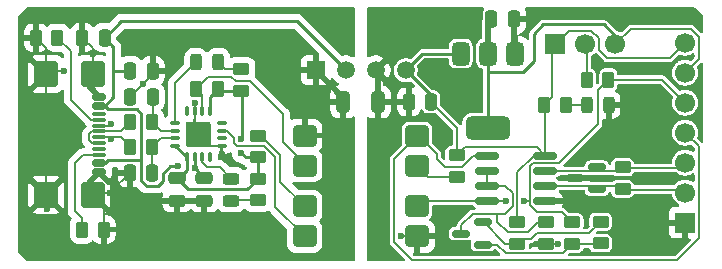
<source format=gbr>
%TF.GenerationSoftware,KiCad,Pcbnew,9.0.2*%
%TF.CreationDate,2025-06-06T06:50:43+02:00*%
%TF.ProjectId,USB-RS485_FT230,5553422d-5253-4343-9835-5f4654323330,rev?*%
%TF.SameCoordinates,Original*%
%TF.FileFunction,Copper,L1,Top*%
%TF.FilePolarity,Positive*%
%FSLAX46Y46*%
G04 Gerber Fmt 4.6, Leading zero omitted, Abs format (unit mm)*
G04 Created by KiCad (PCBNEW 9.0.2) date 2025-06-06 06:50:43*
%MOMM*%
%LPD*%
G01*
G04 APERTURE LIST*
G04 Aperture macros list*
%AMRoundRect*
0 Rectangle with rounded corners*
0 $1 Rounding radius*
0 $2 $3 $4 $5 $6 $7 $8 $9 X,Y pos of 4 corners*
0 Add a 4 corners polygon primitive as box body*
4,1,4,$2,$3,$4,$5,$6,$7,$8,$9,$2,$3,0*
0 Add four circle primitives for the rounded corners*
1,1,$1+$1,$2,$3*
1,1,$1+$1,$4,$5*
1,1,$1+$1,$6,$7*
1,1,$1+$1,$8,$9*
0 Add four rect primitives between the rounded corners*
20,1,$1+$1,$2,$3,$4,$5,0*
20,1,$1+$1,$4,$5,$6,$7,0*
20,1,$1+$1,$6,$7,$8,$9,0*
20,1,$1+$1,$8,$9,$2,$3,0*%
G04 Aperture macros list end*
%TA.AperFunction,SMDPad,CuDef*%
%ADD10RoundRect,0.250000X0.450000X-0.262500X0.450000X0.262500X-0.450000X0.262500X-0.450000X-0.262500X0*%
%TD*%
%TA.AperFunction,SMDPad,CuDef*%
%ADD11RoundRect,0.150000X0.587500X0.150000X-0.587500X0.150000X-0.587500X-0.150000X0.587500X-0.150000X0*%
%TD*%
%TA.AperFunction,SMDPad,CuDef*%
%ADD12RoundRect,0.250000X0.250000X0.475000X-0.250000X0.475000X-0.250000X-0.475000X0.250000X-0.475000X0*%
%TD*%
%TA.AperFunction,SMDPad,CuDef*%
%ADD13RoundRect,0.249999X-0.750001X-0.640001X0.750001X-0.640001X0.750001X0.640001X-0.750001X0.640001X0*%
%TD*%
%TA.AperFunction,SMDPad,CuDef*%
%ADD14RoundRect,0.250000X0.262500X0.450000X-0.262500X0.450000X-0.262500X-0.450000X0.262500X-0.450000X0*%
%TD*%
%TA.AperFunction,SMDPad,CuDef*%
%ADD15RoundRect,0.243750X-0.456250X0.243750X-0.456250X-0.243750X0.456250X-0.243750X0.456250X0.243750X0*%
%TD*%
%TA.AperFunction,SMDPad,CuDef*%
%ADD16RoundRect,0.250000X0.475000X-0.250000X0.475000X0.250000X-0.475000X0.250000X-0.475000X-0.250000X0*%
%TD*%
%TA.AperFunction,SMDPad,CuDef*%
%ADD17RoundRect,0.250000X-0.475000X0.250000X-0.475000X-0.250000X0.475000X-0.250000X0.475000X0.250000X0*%
%TD*%
%TA.AperFunction,SMDPad,CuDef*%
%ADD18RoundRect,0.249999X0.750001X0.640001X-0.750001X0.640001X-0.750001X-0.640001X0.750001X-0.640001X0*%
%TD*%
%TA.AperFunction,ComponentPad*%
%ADD19R,1.500000X1.500000*%
%TD*%
%TA.AperFunction,ComponentPad*%
%ADD20C,1.500000*%
%TD*%
%TA.AperFunction,SMDPad,CuDef*%
%ADD21RoundRect,0.243750X0.243750X0.456250X-0.243750X0.456250X-0.243750X-0.456250X0.243750X-0.456250X0*%
%TD*%
%TA.AperFunction,SMDPad,CuDef*%
%ADD22RoundRect,0.250000X-0.450000X0.262500X-0.450000X-0.262500X0.450000X-0.262500X0.450000X0.262500X0*%
%TD*%
%TA.AperFunction,SMDPad,CuDef*%
%ADD23RoundRect,0.150000X-0.825000X-0.150000X0.825000X-0.150000X0.825000X0.150000X-0.825000X0.150000X0*%
%TD*%
%TA.AperFunction,SMDPad,CuDef*%
%ADD24RoundRect,0.250000X-0.325000X-0.650000X0.325000X-0.650000X0.325000X0.650000X-0.325000X0.650000X0*%
%TD*%
%TA.AperFunction,SMDPad,CuDef*%
%ADD25RoundRect,0.250000X-0.262500X-0.450000X0.262500X-0.450000X0.262500X0.450000X-0.262500X0.450000X0*%
%TD*%
%TA.AperFunction,SMDPad,CuDef*%
%ADD26RoundRect,0.250000X-0.250000X-0.475000X0.250000X-0.475000X0.250000X0.475000X-0.250000X0.475000X0*%
%TD*%
%TA.AperFunction,SMDPad,CuDef*%
%ADD27RoundRect,0.075000X-0.075000X0.350000X-0.075000X-0.350000X0.075000X-0.350000X0.075000X0.350000X0*%
%TD*%
%TA.AperFunction,SMDPad,CuDef*%
%ADD28RoundRect,0.075000X-0.350000X0.075000X-0.350000X-0.075000X0.350000X-0.075000X0.350000X0.075000X0*%
%TD*%
%TA.AperFunction,HeatsinkPad*%
%ADD29R,2.100000X2.100000*%
%TD*%
%TA.AperFunction,SMDPad,CuDef*%
%ADD30RoundRect,0.375000X-0.375000X0.625000X-0.375000X-0.625000X0.375000X-0.625000X0.375000X0.625000X0*%
%TD*%
%TA.AperFunction,SMDPad,CuDef*%
%ADD31RoundRect,0.500000X-1.400000X0.500000X-1.400000X-0.500000X1.400000X-0.500000X1.400000X0.500000X0*%
%TD*%
%TA.AperFunction,ComponentPad*%
%ADD32R,1.700000X1.700000*%
%TD*%
%TA.AperFunction,ComponentPad*%
%ADD33C,1.700000*%
%TD*%
%TA.AperFunction,SMDPad,CuDef*%
%ADD34RoundRect,0.150000X-0.425000X0.150000X-0.425000X-0.150000X0.425000X-0.150000X0.425000X0.150000X0*%
%TD*%
%TA.AperFunction,SMDPad,CuDef*%
%ADD35RoundRect,0.075000X-0.500000X0.075000X-0.500000X-0.075000X0.500000X-0.075000X0.500000X0.075000X0*%
%TD*%
%TA.AperFunction,SMDPad,CuDef*%
%ADD36RoundRect,0.250000X-0.750000X0.840000X-0.750000X-0.840000X0.750000X-0.840000X0.750000X0.840000X0*%
%TD*%
%TA.AperFunction,SMDPad,CuDef*%
%ADD37RoundRect,0.243750X-0.243750X-0.456250X0.243750X-0.456250X0.243750X0.456250X-0.243750X0.456250X0*%
%TD*%
%TA.AperFunction,ViaPad*%
%ADD38C,0.600000*%
%TD*%
%TA.AperFunction,Conductor*%
%ADD39C,0.200000*%
%TD*%
%TA.AperFunction,Conductor*%
%ADD40C,0.500000*%
%TD*%
%TA.AperFunction,Conductor*%
%ADD41C,0.250000*%
%TD*%
G04 APERTURE END LIST*
D10*
%TO.P,R13,1*%
%TO.N,GND2*%
X100150000Y-104512500D03*
%TO.P,R13,2*%
%TO.N,Net-(Q1-C)*%
X100150000Y-102687500D03*
%TD*%
D11*
%TO.P,D3,1,A1*%
%TO.N,Net-(D3-A1)*%
X104487500Y-99900000D03*
%TO.P,D3,2,A2*%
%TO.N,Net-(D3-A2)*%
X104487500Y-98000000D03*
%TO.P,D3,3,common*%
%TO.N,GND2*%
X102612500Y-98950000D03*
%TD*%
D12*
%TO.P,C4,1*%
%TO.N,Net-(U1-USBDM)*%
X66825000Y-98500000D03*
%TO.P,C4,2*%
%TO.N,GND1*%
X64925000Y-98500000D03*
%TD*%
D13*
%TO.P,U2,1*%
%TO.N,Net-(R8-Pad2)*%
X79735000Y-101340000D03*
%TO.P,U2,2*%
%TO.N,Net-(U1-TXD)*%
X79735000Y-103880000D03*
%TO.P,U2,3*%
%TO.N,GND2*%
X89265000Y-103880000D03*
%TO.P,U2,4*%
%TO.N,Net-(J3-Pin_5)*%
X89265000Y-101340000D03*
%TD*%
D14*
%TO.P,R1,1*%
%TO.N,Net-(U1-USBDM)*%
X66812500Y-96325000D03*
%TO.P,R1,2*%
%TO.N,Net-(J1-D--PadA7)*%
X64987500Y-96325000D03*
%TD*%
%TO.P,R4,1*%
%TO.N,GND1*%
X62712500Y-103300000D03*
%TO.P,R4,2*%
%TO.N,Net-(J1-CC2)*%
X60887500Y-103300000D03*
%TD*%
%TO.P,R7,1*%
%TO.N,VCCIO*%
X72393750Y-91375000D03*
%TO.P,R7,2*%
%TO.N,Net-(U1-RXD)*%
X70568750Y-91375000D03*
%TD*%
D15*
%TO.P,D1,1,K*%
%TO.N,Net-(D1-K)*%
X73500000Y-98987500D03*
%TO.P,D1,2,A*%
%TO.N,Net-(D1-A)*%
X73500000Y-100862500D03*
%TD*%
D14*
%TO.P,R2,1*%
%TO.N,Net-(U1-USBDP)*%
X66812500Y-94200000D03*
%TO.P,R2,2*%
%TO.N,Net-(J1-D+-PadA6)*%
X64987500Y-94200000D03*
%TD*%
D10*
%TO.P,R8,1*%
%TO.N,VCCIO*%
X75750000Y-97187500D03*
%TO.P,R8,2*%
%TO.N,Net-(R8-Pad2)*%
X75750000Y-95362500D03*
%TD*%
D14*
%TO.P,R11,1*%
%TO.N,Net-(J3-Pin_5)*%
X105462500Y-90610000D03*
%TO.P,R11,2*%
%TO.N,Net-(J2-Pin_2)*%
X103637500Y-90610000D03*
%TD*%
%TO.P,R16,1*%
%TO.N,Net-(D4-A)*%
X101862500Y-92750000D03*
%TO.P,R16,2*%
%TO.N,+5V_OUT*%
X100037500Y-92750000D03*
%TD*%
D11*
%TO.P,Q1,1,B*%
%TO.N,Net-(Q1-B)*%
X94837500Y-104600000D03*
%TO.P,Q1,2,E*%
%TO.N,Net-(Q1-E)*%
X94837500Y-102700000D03*
%TO.P,Q1,3,C*%
%TO.N,Net-(Q1-C)*%
X92962500Y-103650000D03*
%TD*%
D16*
%TO.P,C1,1*%
%TO.N,GND1*%
X71250000Y-100850000D03*
%TO.P,C1,2*%
%TO.N,+5V_USB*%
X71250000Y-98950000D03*
%TD*%
D17*
%TO.P,C5,1*%
%TO.N,VCCIO*%
X68925000Y-98950000D03*
%TO.P,C5,2*%
%TO.N,GND1*%
X68925000Y-100850000D03*
%TD*%
D18*
%TO.P,U3,1*%
%TO.N,Net-(R9-Pad2)*%
X89265000Y-97880000D03*
%TO.P,U3,2*%
%TO.N,Net-(J3-Pin_4)*%
X89265000Y-95340000D03*
%TO.P,U3,3*%
%TO.N,GND1*%
X79735000Y-95340000D03*
%TO.P,U3,4*%
%TO.N,Net-(U1-RXD)*%
X79735000Y-97880000D03*
%TD*%
D19*
%TO.P,U4,1,-Vin*%
%TO.N,GND1*%
X80680000Y-89810000D03*
D20*
%TO.P,U4,2,+Vin*%
%TO.N,+5V_USB*%
X83220000Y-89810000D03*
%TO.P,U4,3,-Vout*%
%TO.N,GND2*%
X85760000Y-89810000D03*
%TO.P,U4,4,+Vout*%
%TO.N,+5V_OUT*%
X88300000Y-89810000D03*
%TD*%
D21*
%TO.P,D4,1,K*%
%TO.N,GND2*%
X105487500Y-92750000D03*
%TO.P,D4,2,A*%
%TO.N,Net-(D4-A)*%
X103612500Y-92750000D03*
%TD*%
D22*
%TO.P,R14,1*%
%TO.N,+5V_OUT*%
X97750000Y-102687500D03*
%TO.P,R14,2*%
%TO.N,Net-(Q1-E)*%
X97750000Y-104512500D03*
%TD*%
D23*
%TO.P,U6,1,R*%
%TO.N,Net-(J3-Pin_4)*%
X95175000Y-97055000D03*
%TO.P,U6,2,~{RE}*%
%TO.N,Net-(Q1-C)*%
X95175000Y-98325000D03*
%TO.P,U6,3,DE*%
X95175000Y-99595000D03*
%TO.P,U6,4,D*%
%TO.N,Net-(J3-Pin_5)*%
X95175000Y-100865000D03*
%TO.P,U6,5,GND*%
%TO.N,GND2*%
X100125000Y-100865000D03*
%TO.P,U6,6,A*%
%TO.N,Net-(D3-A1)*%
X100125000Y-99595000D03*
%TO.P,U6,7,B*%
%TO.N,Net-(D3-A2)*%
X100125000Y-98325000D03*
%TO.P,U6,8,VCC*%
%TO.N,+5V_OUT*%
X100125000Y-97055000D03*
%TD*%
D24*
%TO.P,C7,1*%
%TO.N,GND1*%
X83000000Y-92500000D03*
%TO.P,C7,2*%
%TO.N,GND2*%
X85950000Y-92500000D03*
%TD*%
D10*
%TO.P,R6,1*%
%TO.N,VCCIO*%
X74375000Y-91537500D03*
%TO.P,R6,2*%
%TO.N,Net-(D2-A)*%
X74375000Y-89712500D03*
%TD*%
D25*
%TO.P,R3,1*%
%TO.N,GND1*%
X56987500Y-87060000D03*
%TO.P,R3,2*%
%TO.N,Net-(J1-CC1)*%
X58812500Y-87060000D03*
%TD*%
D26*
%TO.P,C3,1*%
%TO.N,+5V_USB*%
X64975000Y-89850000D03*
%TO.P,C3,2*%
%TO.N,GND1*%
X66875000Y-89850000D03*
%TD*%
D27*
%TO.P,U1,1,VCCIO*%
%TO.N,VCCIO*%
X71725000Y-93300000D03*
%TO.P,U1,2,RXD*%
%TO.N,Net-(U1-RXD)*%
X71075000Y-93300000D03*
%TO.P,U1,3,GND*%
%TO.N,GND1*%
X70425000Y-93300000D03*
%TO.P,U1,4,~{CTS}*%
%TO.N,unconnected-(U1-~{CTS}-Pad4)*%
X69775000Y-93300000D03*
D28*
%TO.P,U1,5,CBUS2*%
%TO.N,Net-(D2-K)*%
X68800000Y-94275000D03*
%TO.P,U1,6,USBDP*%
%TO.N,Net-(U1-USBDP)*%
X68800000Y-94925000D03*
%TO.P,U1,7,USBDM*%
%TO.N,Net-(U1-USBDM)*%
X68800000Y-95575000D03*
%TO.P,U1,8,3V3OUT*%
%TO.N,VCCIO*%
X68800000Y-96225000D03*
D27*
%TO.P,U1,9,~{RESET}*%
X69775000Y-97200000D03*
%TO.P,U1,10,VCC*%
%TO.N,+5V_USB*%
X70425000Y-97200000D03*
%TO.P,U1,11,CBUS1*%
%TO.N,Net-(D1-K)*%
X71075000Y-97200000D03*
%TO.P,U1,12,CBUS0*%
%TO.N,unconnected-(U1-CBUS0-Pad12)*%
X71725000Y-97200000D03*
D28*
%TO.P,U1,13,GND*%
%TO.N,GND1*%
X72700000Y-96225000D03*
%TO.P,U1,14,CBUS3*%
%TO.N,unconnected-(U1-CBUS3-Pad14)*%
X72700000Y-95575000D03*
%TO.P,U1,15,TXD*%
%TO.N,Net-(U1-TXD)*%
X72700000Y-94925000D03*
%TO.P,U1,16,~{RTS}*%
%TO.N,unconnected-(U1-~{RTS}-Pad16)*%
X72700000Y-94275000D03*
D29*
%TO.P,U1,17,GND*%
%TO.N,GND1*%
X70750000Y-95250000D03*
%TD*%
D22*
%TO.P,R15,1*%
%TO.N,Net-(D3-A2)*%
X106650000Y-98037500D03*
%TO.P,R15,2*%
%TO.N,Net-(D3-A1)*%
X106650000Y-99862500D03*
%TD*%
D26*
%TO.P,C8,1*%
%TO.N,GND2*%
X88550000Y-92500000D03*
%TO.P,C8,2*%
%TO.N,+5V_OUT*%
X90450000Y-92500000D03*
%TD*%
D30*
%TO.P,U5,1,GND*%
%TO.N,GND2*%
X97550000Y-88410000D03*
%TO.P,U5,2,VO*%
%TO.N,+3.3V_OUT*%
X95250000Y-88410000D03*
D31*
X95250000Y-94710000D03*
D30*
%TO.P,U5,3,VI*%
%TO.N,+5V_OUT*%
X92950000Y-88410000D03*
%TD*%
D26*
%TO.P,C6,1*%
%TO.N,GND1*%
X60900000Y-87060000D03*
%TO.P,C6,2*%
%TO.N,+5V_USB*%
X62800000Y-87060000D03*
%TD*%
D22*
%TO.P,R12,1*%
%TO.N,Net-(Q1-E)*%
X104800000Y-102637500D03*
%TO.P,R12,2*%
%TO.N,Net-(Q1-B)*%
X104800000Y-104462500D03*
%TD*%
D10*
%TO.P,R10,1*%
%TO.N,Net-(Q1-B)*%
X102400000Y-104512500D03*
%TO.P,R10,2*%
%TO.N,Net-(J3-Pin_5)*%
X102400000Y-102687500D03*
%TD*%
D32*
%TO.P,J2,1,Pin_1*%
%TO.N,+5V_OUT*%
X100975000Y-87610000D03*
D33*
%TO.P,J2,2,Pin_2*%
%TO.N,Net-(J2-Pin_2)*%
X103515000Y-87610000D03*
%TO.P,J2,3,Pin_3*%
%TO.N,+3.3V_OUT*%
X106055000Y-87610000D03*
%TD*%
D12*
%TO.P,C2,1*%
%TO.N,Net-(U1-USBDP)*%
X66875000Y-92050000D03*
%TO.P,C2,2*%
%TO.N,GND1*%
X64975000Y-92050000D03*
%TD*%
D32*
%TO.P,J3,1,Pin_1*%
%TO.N,GND2*%
X111950000Y-102710000D03*
D33*
%TO.P,J3,2,Pin_2*%
%TO.N,Net-(D3-A1)*%
X111950000Y-100170000D03*
%TO.P,J3,3,Pin_3*%
%TO.N,Net-(D3-A2)*%
X111950000Y-97630000D03*
%TO.P,J3,4,Pin_4*%
%TO.N,Net-(J3-Pin_4)*%
X111950000Y-95090000D03*
%TO.P,J3,5,Pin_5*%
%TO.N,Net-(J3-Pin_5)*%
X111950000Y-92550000D03*
%TO.P,J3,6,Pin_6*%
%TO.N,+3.3V_OUT*%
X111950000Y-90010000D03*
%TO.P,J3,7,Pin_7*%
%TO.N,+5V_OUT*%
X111950000Y-87470000D03*
%TD*%
D12*
%TO.P,C9,1*%
%TO.N,GND2*%
X97450000Y-85500000D03*
%TO.P,C9,2*%
%TO.N,+3.3V_OUT*%
X95550000Y-85500000D03*
%TD*%
D34*
%TO.P,J1,A1,GND*%
%TO.N,GND1*%
X62355000Y-92050000D03*
%TO.P,J1,A4,VBUS*%
%TO.N,+5V_USB*%
X62355000Y-92850000D03*
D35*
%TO.P,J1,A5,CC1*%
%TO.N,Net-(J1-CC1)*%
X62355000Y-94000000D03*
%TO.P,J1,A6,D+*%
%TO.N,Net-(J1-D+-PadA6)*%
X62355000Y-95000000D03*
%TO.P,J1,A7,D-*%
%TO.N,Net-(J1-D--PadA7)*%
X62355000Y-95500000D03*
%TO.P,J1,A8,SBU1*%
%TO.N,unconnected-(J1-SBU1-PadA8)*%
X62355000Y-96500000D03*
D34*
%TO.P,J1,A9,VBUS*%
%TO.N,+5V_USB*%
X62355000Y-97650000D03*
%TO.P,J1,A12,GND*%
%TO.N,GND1*%
X62355000Y-98450000D03*
%TO.P,J1,B1,GND*%
X62355000Y-98450000D03*
%TO.P,J1,B4,VBUS*%
%TO.N,+5V_USB*%
X62355000Y-97650000D03*
D35*
%TO.P,J1,B5,CC2*%
%TO.N,Net-(J1-CC2)*%
X62355000Y-97000000D03*
%TO.P,J1,B6,D+*%
%TO.N,Net-(J1-D+-PadA6)*%
X62355000Y-96000000D03*
%TO.P,J1,B7,D-*%
%TO.N,Net-(J1-D--PadA7)*%
X62355000Y-94500000D03*
%TO.P,J1,B8,SBU2*%
%TO.N,unconnected-(J1-SBU2-PadB8)*%
X62355000Y-93500000D03*
D34*
%TO.P,J1,B9,VBUS*%
%TO.N,+5V_USB*%
X62355000Y-92850000D03*
%TO.P,J1,B12,GND*%
%TO.N,GND1*%
X62355000Y-92050000D03*
D36*
%TO.P,J1,S1,SHIELD*%
X61780000Y-90140000D03*
X57850000Y-90140000D03*
X61780000Y-100360000D03*
X57850000Y-100360000D03*
%TD*%
D22*
%TO.P,R9,1*%
%TO.N,+5V_OUT*%
X92600000Y-96997500D03*
%TO.P,R9,2*%
%TO.N,Net-(R9-Pad2)*%
X92600000Y-98822500D03*
%TD*%
D37*
%TO.P,D2,1,K*%
%TO.N,Net-(D2-K)*%
X70543750Y-89150000D03*
%TO.P,D2,2,A*%
%TO.N,Net-(D2-A)*%
X72418750Y-89150000D03*
%TD*%
D22*
%TO.P,R5,1*%
%TO.N,VCCIO*%
X75750000Y-99000000D03*
%TO.P,R5,2*%
%TO.N,Net-(D1-A)*%
X75750000Y-100825000D03*
%TD*%
D38*
%TO.N,GND1*%
X57890000Y-101550000D03*
X61800000Y-88410000D03*
X70425000Y-92579355D03*
X59350000Y-89910000D03*
X63300000Y-100210000D03*
X66037500Y-90987500D03*
X70075000Y-100850000D03*
X72700000Y-96900000D03*
X79750000Y-94160000D03*
%TO.N,+5V_USB*%
X70425000Y-98125000D03*
X69041116Y-97950000D03*
%TO.N,GND2*%
X105150000Y-98995000D03*
X105487500Y-93860000D03*
X97500000Y-87000000D03*
X101450000Y-100860000D03*
X87900000Y-103880000D03*
X101200000Y-104499865D03*
%TO.N,VCCIO*%
X74390101Y-95636657D03*
X74381672Y-96836657D03*
%TO.N,Net-(J1-D--PadA7)*%
X63329389Y-95599999D03*
X63329388Y-94400000D03*
%TO.N,Net-(J3-Pin_5)*%
X96750000Y-100900000D03*
X98350000Y-100900000D03*
%TD*%
D39*
%TO.N,GND1*%
X57850000Y-89890000D02*
X59330000Y-89890000D01*
X72700000Y-96225000D02*
X72700000Y-96900000D01*
X59370000Y-89890000D02*
X59350000Y-89910000D01*
X57850000Y-100110000D02*
X57850000Y-89890000D01*
X62355000Y-91800000D02*
X61780000Y-91225000D01*
X70425000Y-92579355D02*
X70425000Y-93300000D01*
X61800000Y-88410000D02*
X61780000Y-88430000D01*
X64925000Y-98500000D02*
X63300000Y-100125000D01*
X61780000Y-88430000D02*
X61780000Y-89890000D01*
D40*
X79735000Y-95340000D02*
X79735000Y-94175000D01*
D39*
X61800000Y-87960000D02*
X60900000Y-87060000D01*
X61880000Y-100210000D02*
X61780000Y-100110000D01*
X70425000Y-94925000D02*
X70750000Y-95250000D01*
X57850000Y-101510000D02*
X57890000Y-101550000D01*
X61800000Y-88410000D02*
X61800000Y-87960000D01*
D40*
X83000000Y-92500000D02*
X83000000Y-92130000D01*
D39*
X62355000Y-98450000D02*
X61780000Y-99025000D01*
X71250000Y-100850000D02*
X68925000Y-100850000D01*
X62712500Y-103300000D02*
X62712500Y-101042500D01*
X63300000Y-100125000D02*
X63300000Y-100210000D01*
X59330000Y-89890000D02*
X59350000Y-89910000D01*
X57850000Y-87922500D02*
X56987500Y-87060000D01*
X70425000Y-93300000D02*
X70425000Y-94925000D01*
D40*
X83000000Y-92130000D02*
X80680000Y-89810000D01*
D39*
X61780000Y-91225000D02*
X61780000Y-89890000D01*
X64975000Y-92050000D02*
X66875000Y-90150000D01*
X57850000Y-89890000D02*
X57850000Y-87922500D01*
X63300000Y-100210000D02*
X61880000Y-100210000D01*
D40*
X79735000Y-94175000D02*
X79750000Y-94160000D01*
D39*
X72700000Y-96225000D02*
X71725000Y-96225000D01*
X57850000Y-100110000D02*
X57850000Y-101510000D01*
X62712500Y-101042500D02*
X61780000Y-100110000D01*
X71725000Y-96225000D02*
X70750000Y-95250000D01*
X61780000Y-99025000D02*
X61780000Y-100110000D01*
X66875000Y-90150000D02*
X66875000Y-89850000D01*
D41*
%TO.N,+5V_USB*%
X64185000Y-85675000D02*
X79085000Y-85675000D01*
X62800000Y-87060000D02*
X64185000Y-85675000D01*
X62805908Y-92850000D02*
X63550000Y-92105908D01*
X70425000Y-97200000D02*
X70425000Y-98125000D01*
X63550000Y-87810000D02*
X62800000Y-87060000D01*
X63550000Y-89850000D02*
X63550000Y-87810000D01*
X63097764Y-97400000D02*
X62847764Y-97650000D01*
X68378486Y-97950000D02*
X67750000Y-98578486D01*
X63550000Y-92105908D02*
X63550000Y-89850000D01*
X67750000Y-99160757D02*
X67310757Y-99600000D01*
X62847764Y-92850000D02*
X63122764Y-93125000D01*
X62355000Y-92850000D02*
X62805908Y-92850000D01*
X67310757Y-99600000D02*
X66350000Y-99600000D01*
X69041116Y-97950000D02*
X68378486Y-97950000D01*
X65525000Y-93125000D02*
X65900000Y-93500000D01*
X65900000Y-97400000D02*
X65609744Y-97400000D01*
X63122764Y-93125000D02*
X65525000Y-93125000D01*
X65609744Y-97400000D02*
X63097764Y-97400000D01*
X65900000Y-99150000D02*
X65900000Y-97400000D01*
X70600000Y-98300000D02*
X71250000Y-98950000D01*
X70425000Y-98125000D02*
X70600000Y-98300000D01*
X64975000Y-89850000D02*
X63550000Y-89850000D01*
X79085000Y-85675000D02*
X83220000Y-89810000D01*
X62355000Y-92850000D02*
X62847764Y-92850000D01*
X62847764Y-97650000D02*
X62355000Y-97650000D01*
X65900000Y-93500000D02*
X65900000Y-97400000D01*
X66350000Y-99600000D02*
X65900000Y-99150000D01*
X67750000Y-98578486D02*
X67750000Y-99160757D01*
D39*
%TO.N,+5V_OUT*%
X97750000Y-102687500D02*
X97750000Y-98448762D01*
X100125000Y-92837500D02*
X100037500Y-92750000D01*
D41*
X88300000Y-89810000D02*
X88310000Y-89810000D01*
D39*
X99380000Y-96310000D02*
X100125000Y-97055000D01*
X105338654Y-88760000D02*
X104665000Y-88086346D01*
X92600000Y-96997500D02*
X92623750Y-96973750D01*
X104665000Y-88086346D02*
X104665000Y-87125000D01*
X92623750Y-94673750D02*
X90450000Y-92500000D01*
X97750000Y-98448762D02*
X99143762Y-97055000D01*
X104000000Y-86460000D02*
X102125000Y-86460000D01*
D41*
X89700000Y-88410000D02*
X88300000Y-89810000D01*
D39*
X100700000Y-87885000D02*
X100975000Y-87610000D01*
X102125000Y-86460000D02*
X100975000Y-87610000D01*
D41*
X92950000Y-88410000D02*
X89700000Y-88410000D01*
D39*
X99143762Y-97055000D02*
X100125000Y-97055000D01*
X100700000Y-92087500D02*
X100700000Y-87885000D01*
X100125000Y-97055000D02*
X100125000Y-92837500D01*
X111950000Y-87470000D02*
X110660000Y-88760000D01*
D41*
X88310000Y-89810000D02*
X90450000Y-91950000D01*
D39*
X110660000Y-88760000D02*
X105338654Y-88760000D01*
D41*
X90450000Y-91950000D02*
X90450000Y-92500000D01*
D39*
X104665000Y-87125000D02*
X104000000Y-86460000D01*
X92600000Y-96997500D02*
X93287500Y-96310000D01*
X92623750Y-96973750D02*
X92623750Y-94673750D01*
X93287500Y-96310000D02*
X99380000Y-96310000D01*
X100037500Y-92750000D02*
X100700000Y-92087500D01*
D40*
%TO.N,GND2*%
X85950000Y-92500000D02*
X85950000Y-90000000D01*
X85950000Y-90000000D02*
X85760000Y-89810000D01*
X97500000Y-88360000D02*
X97550000Y-88410000D01*
D39*
X97500000Y-87000000D02*
X97550000Y-87050000D01*
X87900000Y-103880000D02*
X89265000Y-103880000D01*
D40*
X97550000Y-87050000D02*
X97500000Y-87100000D01*
X97500000Y-87100000D02*
X97500000Y-88360000D01*
D39*
X101450000Y-100860000D02*
X100130000Y-100860000D01*
X105105000Y-98950000D02*
X105150000Y-98995000D01*
X101200000Y-104499865D02*
X101073349Y-104499865D01*
X105487500Y-93860000D02*
X105487500Y-92750000D01*
X101060714Y-104512500D02*
X100150000Y-104512500D01*
X101073349Y-104499865D02*
X101060714Y-104512500D01*
X100130000Y-100860000D02*
X100125000Y-100865000D01*
D40*
X97500000Y-87000000D02*
X97500000Y-85550000D01*
D39*
X102612500Y-98950000D02*
X105105000Y-98950000D01*
X97500000Y-85550000D02*
X97450000Y-85500000D01*
D40*
X85950000Y-92500000D02*
X88550000Y-92500000D01*
D41*
%TO.N,+3.3V_OUT*%
X105050000Y-85910000D02*
X99950000Y-85910000D01*
D39*
X112460000Y-86320000D02*
X107345000Y-86320000D01*
D41*
X99950000Y-85910000D02*
X99150000Y-86710000D01*
D40*
X95250000Y-85800000D02*
X95250000Y-87810000D01*
D39*
X107345000Y-86320000D02*
X106055000Y-87610000D01*
D41*
X99150000Y-89010000D02*
X98200000Y-89960000D01*
X106055000Y-87610000D02*
X106055000Y-86915000D01*
D40*
X95250000Y-87810000D02*
X95550000Y-88110000D01*
D39*
X111950000Y-90010000D02*
X113100000Y-88860000D01*
D40*
X95550000Y-85500000D02*
X95250000Y-85800000D01*
D41*
X98200000Y-89960000D02*
X95250000Y-89960000D01*
D39*
X113100000Y-88860000D02*
X113100000Y-86960000D01*
X113100000Y-86960000D02*
X112460000Y-86320000D01*
D41*
X106055000Y-86915000D02*
X105050000Y-85910000D01*
X95250000Y-94710000D02*
X95250000Y-88410000D01*
X99150000Y-86710000D02*
X99150000Y-89010000D01*
D39*
%TO.N,Net-(D1-A)*%
X75750000Y-100825000D02*
X73537500Y-100825000D01*
X73537500Y-100825000D02*
X73500000Y-100862500D01*
%TO.N,Net-(U1-USBDP)*%
X66812500Y-94062500D02*
X66875000Y-94000000D01*
X66812500Y-94200000D02*
X66812500Y-94062500D01*
X67537500Y-94925000D02*
X66812500Y-94200000D01*
X68800000Y-94925000D02*
X67537500Y-94925000D01*
X66875000Y-94000000D02*
X66875000Y-92050000D01*
%TO.N,Net-(D4-A)*%
X103612500Y-92750000D02*
X101862500Y-92750000D01*
%TO.N,Net-(U1-USBDM)*%
X68800000Y-95575000D02*
X67562500Y-95575000D01*
X67562500Y-95575000D02*
X66812500Y-96325000D01*
X66812500Y-96325000D02*
X66812500Y-98487500D01*
X66812500Y-98487500D02*
X66825000Y-98500000D01*
D41*
%TO.N,VCCIO*%
X69875000Y-99900000D02*
X74850000Y-99900000D01*
X69775000Y-98275000D02*
X69100000Y-98950000D01*
X69775000Y-97200000D02*
X68800000Y-96225000D01*
X74375000Y-91537500D02*
X72556250Y-91537500D01*
X69775000Y-97200000D02*
X69775000Y-98275000D01*
X74400000Y-91562500D02*
X74375000Y-91537500D01*
X71725000Y-92262500D02*
X71725000Y-92043750D01*
X72556250Y-91537500D02*
X72393750Y-91375000D01*
X71725000Y-92043750D02*
X72393750Y-91375000D01*
X68925000Y-98950000D02*
X69875000Y-99900000D01*
X71725000Y-93300000D02*
X71725000Y-92262500D01*
X74381672Y-96836657D02*
X74732515Y-97187500D01*
X69100000Y-98950000D02*
X68925000Y-98950000D01*
X74400000Y-95626758D02*
X74400000Y-91562500D01*
X74390101Y-95636657D02*
X74400000Y-95626758D01*
X74850000Y-99900000D02*
X75750000Y-99000000D01*
X75750000Y-99000000D02*
X75750000Y-97187500D01*
X74732515Y-97187500D02*
X75750000Y-97187500D01*
D39*
%TO.N,Net-(D1-K)*%
X71075000Y-97624999D02*
X71475001Y-98025000D01*
X71475001Y-98025000D02*
X72537500Y-98025000D01*
X72537500Y-98025000D02*
X73500000Y-98987500D01*
X71075000Y-97200000D02*
X71075000Y-97624999D01*
%TO.N,Net-(D2-K)*%
X68800000Y-94275000D02*
X68800000Y-90875000D01*
X68800000Y-90875000D02*
X70525000Y-89150000D01*
X70525000Y-89150000D02*
X70543750Y-89150000D01*
%TO.N,Net-(D2-A)*%
X74375000Y-89712500D02*
X72981250Y-89712500D01*
X72981250Y-89712500D02*
X72418750Y-89150000D01*
%TO.N,Net-(D3-A1)*%
X104487500Y-99900000D02*
X104792500Y-99595000D01*
X106382500Y-99595000D02*
X106650000Y-99862500D01*
X106650000Y-99862500D02*
X106710000Y-99922500D01*
X104792500Y-99595000D02*
X105800000Y-99595000D01*
X105800000Y-99595000D02*
X106382500Y-99595000D01*
X100125000Y-99595000D02*
X105800000Y-99595000D01*
X106710000Y-99922500D02*
X111702500Y-99922500D01*
X111702500Y-99922500D02*
X111950000Y-100170000D01*
%TO.N,Net-(D3-A2)*%
X106362500Y-98325000D02*
X106650000Y-98037500D01*
X100125000Y-98325000D02*
X105800000Y-98325000D01*
X104487500Y-98000000D02*
X104812500Y-98325000D01*
X106650000Y-98037500D02*
X106710000Y-98097500D01*
X104812500Y-98325000D02*
X105800000Y-98325000D01*
X111482500Y-98097500D02*
X111950000Y-97630000D01*
X105800000Y-98325000D02*
X106362500Y-98325000D01*
X106710000Y-98097500D02*
X111482500Y-98097500D01*
%TO.N,Net-(Q1-C)*%
X96940000Y-103550000D02*
X96050000Y-102660000D01*
X99522500Y-102687500D02*
X98660000Y-103550000D01*
X97350000Y-100250000D02*
X96695000Y-99595000D01*
X92962500Y-103650000D02*
X92962500Y-102947500D01*
X96050000Y-101960000D02*
X96690000Y-101960000D01*
X93950000Y-101960000D02*
X96050000Y-101960000D01*
X92962500Y-102947500D02*
X93950000Y-101960000D01*
X96695000Y-99595000D02*
X95175000Y-99595000D01*
X97350000Y-101300000D02*
X97350000Y-100250000D01*
X96050000Y-102660000D02*
X96050000Y-101960000D01*
X96690000Y-101960000D02*
X97350000Y-101300000D01*
X98660000Y-103550000D02*
X96940000Y-103550000D01*
X95175000Y-98325000D02*
X95175000Y-99595000D01*
X100150000Y-102687500D02*
X99522500Y-102687500D01*
%TO.N,Net-(Q1-E)*%
X97750000Y-104512500D02*
X98137244Y-104125256D01*
X99400000Y-103600000D02*
X101705256Y-103600000D01*
X94890000Y-102700000D02*
X96702500Y-104512500D01*
X103827500Y-103610000D02*
X104800000Y-102637500D01*
X96702500Y-104512500D02*
X97750000Y-104512500D01*
X98874744Y-104125256D02*
X99400000Y-103600000D01*
X98137244Y-104125256D02*
X98874744Y-104125256D01*
X101705256Y-103600000D02*
X101715256Y-103610000D01*
X94837500Y-102700000D02*
X94890000Y-102700000D01*
X101715256Y-103610000D02*
X103827500Y-103610000D01*
%TO.N,Net-(Q1-B)*%
X101587500Y-105325000D02*
X102400000Y-104512500D01*
X102400000Y-104512500D02*
X104750000Y-104512500D01*
X96765000Y-105325000D02*
X101587500Y-105325000D01*
X96040000Y-104600000D02*
X96765000Y-105325000D01*
X94837500Y-104600000D02*
X96040000Y-104600000D01*
X104750000Y-104512500D02*
X104800000Y-104462500D01*
%TO.N,Net-(R8-Pad2)*%
X75750000Y-95362500D02*
X76037500Y-95362500D01*
X77650000Y-99255000D02*
X79735000Y-101340000D01*
X76037500Y-95362500D02*
X77650000Y-96975000D01*
X77650000Y-96975000D02*
X77650000Y-99255000D01*
%TO.N,Net-(J1-D+-PadA6)*%
X61747590Y-96000000D02*
X61480000Y-95732410D01*
X61725000Y-95000000D02*
X62355000Y-95000000D01*
X62355000Y-95000000D02*
X64187500Y-95000000D01*
X61480000Y-95732410D02*
X61480000Y-95245000D01*
X61480000Y-95245000D02*
X61725000Y-95000000D01*
X64187500Y-95000000D02*
X64987500Y-94200000D01*
X62355000Y-96000000D02*
X61747590Y-96000000D01*
%TO.N,Net-(J1-CC1)*%
X59950000Y-88197500D02*
X59950000Y-92310000D01*
X61640000Y-94000000D02*
X62355000Y-94000000D01*
X59950000Y-92310000D02*
X61640000Y-94000000D01*
X58812500Y-87060000D02*
X59950000Y-88197500D01*
%TO.N,Net-(J1-D--PadA7)*%
X64987500Y-96325000D02*
X64162500Y-95500000D01*
X64162500Y-95500000D02*
X62355000Y-95500000D01*
X62355000Y-94500000D02*
X63229388Y-94500000D01*
X63229390Y-95500000D02*
X63329389Y-95599999D01*
X63229388Y-94500000D02*
X63329388Y-94400000D01*
X62355000Y-95500000D02*
X63229390Y-95500000D01*
%TO.N,Net-(J1-CC2)*%
X60300000Y-101760000D02*
X60300000Y-97710000D01*
X60300000Y-97710000D02*
X61010000Y-97000000D01*
X61010000Y-97000000D02*
X62355000Y-97000000D01*
X60887500Y-103060000D02*
X60887500Y-102347500D01*
X60887500Y-102347500D02*
X60300000Y-101760000D01*
%TO.N,Net-(J2-Pin_2)*%
X103637500Y-87732500D02*
X103515000Y-87610000D01*
X103637500Y-90610000D02*
X103637500Y-87732500D01*
%TO.N,Net-(J3-Pin_5)*%
X98850000Y-100900000D02*
X98850000Y-101260000D01*
X98850000Y-97914448D02*
X98850000Y-100900000D01*
X99109448Y-97655000D02*
X98850000Y-97914448D01*
X89790000Y-101865000D02*
X89265000Y-101340000D01*
X104600000Y-91472500D02*
X104600000Y-94350000D01*
X101522500Y-101810000D02*
X102400000Y-102687500D01*
X105462500Y-90610000D02*
X104600000Y-91472500D01*
X98850000Y-101260000D02*
X99400000Y-101810000D01*
X96715000Y-100865000D02*
X95175000Y-100865000D01*
X105462500Y-90610000D02*
X110010000Y-90610000D01*
X93800000Y-100865000D02*
X89790000Y-100865000D01*
X89790000Y-100865000D02*
X89790000Y-101865000D01*
X98350000Y-100900000D02*
X98850000Y-100900000D01*
X96750000Y-100900000D02*
X96715000Y-100865000D01*
X110010000Y-90610000D02*
X111950000Y-92550000D01*
X104600000Y-94350000D02*
X101295000Y-97655000D01*
X95175000Y-100865000D02*
X93800000Y-100865000D01*
X101295000Y-97655000D02*
X99109448Y-97655000D01*
X99400000Y-101810000D02*
X101522500Y-101810000D01*
%TO.N,Net-(J3-Pin_4)*%
X90950000Y-96910000D02*
X89380000Y-95340000D01*
X87300000Y-97305000D02*
X89265000Y-95340000D01*
X113100000Y-104050000D02*
X111250000Y-105900000D01*
X95175000Y-97055000D02*
X94005000Y-97055000D01*
X91600000Y-98010000D02*
X90950000Y-97360000D01*
X111950000Y-95090000D02*
X113100000Y-96240000D01*
X111250000Y-105900000D02*
X88830000Y-105900000D01*
X93084744Y-98010000D02*
X91600000Y-98010000D01*
X113100000Y-96240000D02*
X113100000Y-104050000D01*
X93600000Y-97494744D02*
X93084744Y-98010000D01*
X88830000Y-105900000D02*
X87300000Y-104370000D01*
X89380000Y-95340000D02*
X89265000Y-95340000D01*
X93600000Y-97460000D02*
X93600000Y-97494744D01*
X94005000Y-97055000D02*
X93600000Y-97460000D01*
X87300000Y-104370000D02*
X87300000Y-97305000D01*
X90950000Y-97360000D02*
X90950000Y-96910000D01*
%TO.N,Net-(U1-RXD)*%
X79705000Y-97910000D02*
X79735000Y-97880000D01*
X71568750Y-90375000D02*
X73540256Y-90375000D01*
X77910000Y-95910000D02*
X79735000Y-97735000D01*
X75075000Y-90725000D02*
X77910000Y-93560000D01*
X70856250Y-91662500D02*
X70568750Y-91375000D01*
X77910000Y-93560000D02*
X77910000Y-95910000D01*
X73540256Y-90375000D02*
X73890256Y-90725000D01*
X71075000Y-93300000D02*
X71075000Y-91881250D01*
X70568750Y-91375000D02*
X71568750Y-90375000D01*
X73890256Y-90725000D02*
X75075000Y-90725000D01*
X71075000Y-91881250D02*
X70568750Y-91375000D01*
X79735000Y-97735000D02*
X79735000Y-97880000D01*
%TO.N,Net-(R9-Pad2)*%
X92600000Y-98822500D02*
X90207500Y-98822500D01*
X90207500Y-98822500D02*
X89265000Y-97880000D01*
%TO.N,Net-(U1-TXD)*%
X76296401Y-96236657D02*
X77250000Y-97190256D01*
X72700000Y-94925000D02*
X73125000Y-94925000D01*
X73750000Y-96000000D02*
X73986657Y-96236657D01*
X77250000Y-97190256D02*
X77250000Y-101395000D01*
X73125000Y-94925000D02*
X73750000Y-95550000D01*
X73986657Y-96236657D02*
X76296401Y-96236657D01*
X73750000Y-95550000D02*
X73750000Y-96000000D01*
X77250000Y-101395000D02*
X79735000Y-103880000D01*
%TD*%
%TA.AperFunction,Conductor*%
%TO.N,GND2*%
G36*
X94886753Y-84520185D02*
G01*
X94932508Y-84572989D01*
X94942452Y-84642147D01*
X94918980Y-84698810D01*
X94890725Y-84736553D01*
X94856204Y-84782668D01*
X94856202Y-84782671D01*
X94805908Y-84917517D01*
X94799501Y-84977116D01*
X94799500Y-84977135D01*
X94799500Y-85546061D01*
X94785383Y-85598752D01*
X94786718Y-85599305D01*
X94783607Y-85606814D01*
X94749500Y-85734108D01*
X94749500Y-87076996D01*
X94729815Y-87144035D01*
X94677011Y-87189790D01*
X94660095Y-87196072D01*
X94624614Y-87206380D01*
X94624611Y-87206381D01*
X94488583Y-87286827D01*
X94488574Y-87286834D01*
X94376834Y-87398574D01*
X94376827Y-87398583D01*
X94296382Y-87534609D01*
X94296380Y-87534614D01*
X94252292Y-87686366D01*
X94252290Y-87686379D01*
X94249500Y-87721829D01*
X94249500Y-89098150D01*
X94249501Y-89098175D01*
X94252291Y-89133627D01*
X94296380Y-89285385D01*
X94296382Y-89285390D01*
X94376827Y-89421416D01*
X94376834Y-89421425D01*
X94488574Y-89533165D01*
X94488578Y-89533168D01*
X94488580Y-89533170D01*
X94624610Y-89613618D01*
X94705765Y-89637195D01*
X94782458Y-89659477D01*
X94781836Y-89661616D01*
X94835170Y-89688442D01*
X94870707Y-89748599D01*
X94874500Y-89779034D01*
X94874500Y-93335500D01*
X94854815Y-93402539D01*
X94802011Y-93448294D01*
X94750500Y-93459500D01*
X93799998Y-93459500D01*
X93799980Y-93459501D01*
X93697203Y-93470000D01*
X93697200Y-93470001D01*
X93530668Y-93525185D01*
X93530663Y-93525187D01*
X93381342Y-93617289D01*
X93257289Y-93741342D01*
X93165187Y-93890663D01*
X93165185Y-93890668D01*
X93145525Y-93949999D01*
X93110001Y-94057203D01*
X93110001Y-94057204D01*
X93110000Y-94057204D01*
X93099500Y-94159983D01*
X93099500Y-94354456D01*
X93079815Y-94421495D01*
X93027011Y-94467250D01*
X92957853Y-94477194D01*
X92894297Y-94448169D01*
X92887819Y-94442137D01*
X91236818Y-92791136D01*
X91203333Y-92729813D01*
X91200499Y-92703455D01*
X91200499Y-91977129D01*
X91200498Y-91977123D01*
X91200271Y-91975013D01*
X91194091Y-91917517D01*
X91171223Y-91856206D01*
X91143797Y-91782671D01*
X91143793Y-91782664D01*
X91057547Y-91667455D01*
X91057544Y-91667452D01*
X90942335Y-91581206D01*
X90942328Y-91581202D01*
X90807482Y-91530908D01*
X90807483Y-91530908D01*
X90747883Y-91524501D01*
X90747881Y-91524500D01*
X90747873Y-91524500D01*
X90747865Y-91524500D01*
X90606899Y-91524500D01*
X90539860Y-91504815D01*
X90519218Y-91488181D01*
X89282802Y-90251765D01*
X89249317Y-90190442D01*
X89254301Y-90120750D01*
X89255922Y-90116631D01*
X89262051Y-90101835D01*
X89281712Y-90002993D01*
X89300500Y-89908543D01*
X89300500Y-89711456D01*
X89262052Y-89518170D01*
X89262051Y-89518169D01*
X89262051Y-89518165D01*
X89252992Y-89496296D01*
X89245523Y-89426830D01*
X89276796Y-89364350D01*
X89279841Y-89361194D01*
X89819218Y-88821819D01*
X89880541Y-88788334D01*
X89906899Y-88785500D01*
X91825501Y-88785500D01*
X91892540Y-88805185D01*
X91938295Y-88857989D01*
X91949501Y-88909500D01*
X91949501Y-89098175D01*
X91952291Y-89133627D01*
X91996380Y-89285385D01*
X91996382Y-89285390D01*
X92076827Y-89421416D01*
X92076834Y-89421425D01*
X92188574Y-89533165D01*
X92188578Y-89533168D01*
X92188580Y-89533170D01*
X92324610Y-89613618D01*
X92476373Y-89657709D01*
X92511837Y-89660500D01*
X93388162Y-89660499D01*
X93423627Y-89657709D01*
X93575390Y-89613618D01*
X93711420Y-89533170D01*
X93823170Y-89421420D01*
X93903618Y-89285390D01*
X93947709Y-89133627D01*
X93950500Y-89098163D01*
X93950499Y-87721838D01*
X93947709Y-87686373D01*
X93903618Y-87534610D01*
X93823170Y-87398580D01*
X93823168Y-87398578D01*
X93823165Y-87398574D01*
X93711425Y-87286834D01*
X93711416Y-87286827D01*
X93575390Y-87206382D01*
X93575385Y-87206380D01*
X93423633Y-87162292D01*
X93423620Y-87162290D01*
X93388163Y-87159500D01*
X92511849Y-87159500D01*
X92511824Y-87159501D01*
X92476372Y-87162291D01*
X92324614Y-87206380D01*
X92324609Y-87206382D01*
X92188583Y-87286827D01*
X92188574Y-87286834D01*
X92076834Y-87398574D01*
X92076827Y-87398583D01*
X91996382Y-87534609D01*
X91996380Y-87534614D01*
X91952292Y-87686366D01*
X91952290Y-87686379D01*
X91949500Y-87721829D01*
X91949500Y-87910500D01*
X91929815Y-87977539D01*
X91877011Y-88023294D01*
X91825500Y-88034500D01*
X89650563Y-88034500D01*
X89614710Y-88044107D01*
X89614709Y-88044106D01*
X89555066Y-88060088D01*
X89555059Y-88060091D01*
X89469436Y-88109526D01*
X89469437Y-88109526D01*
X88748835Y-88830126D01*
X88687512Y-88863611D01*
X88617820Y-88858627D01*
X88613704Y-88857007D01*
X88591836Y-88847949D01*
X88591828Y-88847947D01*
X88398543Y-88809500D01*
X88398541Y-88809500D01*
X88201459Y-88809500D01*
X88201457Y-88809500D01*
X88008170Y-88847947D01*
X88008160Y-88847950D01*
X87826092Y-88923364D01*
X87826079Y-88923371D01*
X87662218Y-89032860D01*
X87662214Y-89032863D01*
X87522863Y-89172214D01*
X87522860Y-89172218D01*
X87413371Y-89336079D01*
X87413364Y-89336092D01*
X87337950Y-89518160D01*
X87337947Y-89518170D01*
X87299500Y-89711456D01*
X87299500Y-89711459D01*
X87299500Y-89908541D01*
X87299500Y-89908543D01*
X87299499Y-89908543D01*
X87337947Y-90101829D01*
X87337950Y-90101839D01*
X87413364Y-90283907D01*
X87413371Y-90283920D01*
X87522860Y-90447781D01*
X87522863Y-90447785D01*
X87662214Y-90587136D01*
X87662218Y-90587139D01*
X87826079Y-90696628D01*
X87826092Y-90696635D01*
X88008160Y-90772049D01*
X88008165Y-90772051D01*
X88008169Y-90772051D01*
X88008170Y-90772052D01*
X88201456Y-90810500D01*
X88201459Y-90810500D01*
X88398543Y-90810500D01*
X88532423Y-90783869D01*
X88591835Y-90772051D01*
X88620774Y-90760063D01*
X88690242Y-90752595D01*
X88752721Y-90783869D01*
X88755907Y-90786944D01*
X89042329Y-91073366D01*
X89075814Y-91134689D01*
X89070830Y-91204381D01*
X89028958Y-91260314D01*
X88963494Y-91284731D01*
X88942046Y-91284405D01*
X88849988Y-91275000D01*
X88800000Y-91275000D01*
X88800000Y-93724999D01*
X88849972Y-93724999D01*
X88849986Y-93724998D01*
X88952697Y-93714505D01*
X89119119Y-93659358D01*
X89119124Y-93659356D01*
X89268345Y-93567315D01*
X89392315Y-93443345D01*
X89484356Y-93294124D01*
X89484359Y-93294117D01*
X89514930Y-93201860D01*
X89554702Y-93144415D01*
X89619218Y-93117591D01*
X89687994Y-93129906D01*
X89739194Y-93177448D01*
X89748818Y-93197529D01*
X89756203Y-93217329D01*
X89756206Y-93217335D01*
X89842452Y-93332544D01*
X89842455Y-93332547D01*
X89957664Y-93418793D01*
X89957671Y-93418797D01*
X90002618Y-93435561D01*
X90092517Y-93469091D01*
X90152127Y-93475500D01*
X90747872Y-93475499D01*
X90807483Y-93469091D01*
X90817250Y-93465447D01*
X90886940Y-93460462D01*
X90948261Y-93493943D01*
X90948266Y-93493948D01*
X92236931Y-94782613D01*
X92270416Y-94843936D01*
X92273250Y-94870294D01*
X92273250Y-96110500D01*
X92253565Y-96177539D01*
X92200761Y-96223294D01*
X92149252Y-96234500D01*
X92102131Y-96234500D01*
X92102123Y-96234501D01*
X92042516Y-96240908D01*
X91907671Y-96291202D01*
X91907664Y-96291206D01*
X91792455Y-96377452D01*
X91792452Y-96377455D01*
X91706206Y-96492664D01*
X91706202Y-96492671D01*
X91655910Y-96627513D01*
X91655909Y-96627517D01*
X91649500Y-96687127D01*
X91649500Y-96687134D01*
X91649500Y-96687135D01*
X91649500Y-97264456D01*
X91643261Y-97285701D01*
X91641682Y-97307790D01*
X91633609Y-97318573D01*
X91629815Y-97331495D01*
X91613081Y-97345994D01*
X91599810Y-97363723D01*
X91587189Y-97368430D01*
X91577011Y-97377250D01*
X91555093Y-97380401D01*
X91534346Y-97388140D01*
X91521185Y-97385277D01*
X91507853Y-97387194D01*
X91487709Y-97377994D01*
X91466073Y-97373288D01*
X91448347Y-97360019D01*
X91444297Y-97358169D01*
X91437819Y-97352137D01*
X91336819Y-97251137D01*
X91303334Y-97189814D01*
X91300500Y-97163456D01*
X91300500Y-96863858D01*
X91300500Y-96863856D01*
X91276614Y-96774712D01*
X91276611Y-96774706D01*
X91230473Y-96694794D01*
X91230470Y-96694791D01*
X91230469Y-96694788D01*
X91165212Y-96629531D01*
X90551819Y-96016137D01*
X90518334Y-95954814D01*
X90515500Y-95928456D01*
X90515500Y-94652134D01*
X90515500Y-94652126D01*
X90509091Y-94592516D01*
X90469097Y-94485287D01*
X90458797Y-94457671D01*
X90458796Y-94457669D01*
X90447169Y-94442137D01*
X90372547Y-94342453D01*
X90257331Y-94256204D01*
X90257330Y-94256203D01*
X90257328Y-94256202D01*
X90122488Y-94205910D01*
X90122481Y-94205908D01*
X90062884Y-94199501D01*
X90062882Y-94199500D01*
X90062874Y-94199500D01*
X88467126Y-94199500D01*
X88467118Y-94199500D01*
X88467115Y-94199501D01*
X88407518Y-94205908D01*
X88407511Y-94205910D01*
X88272671Y-94256202D01*
X88272669Y-94256203D01*
X88157453Y-94342453D01*
X88071203Y-94457669D01*
X88071202Y-94457671D01*
X88020910Y-94592511D01*
X88020908Y-94592518D01*
X88014501Y-94652115D01*
X88014500Y-94652134D01*
X88014500Y-96027865D01*
X88014501Y-96027889D01*
X88014658Y-96029349D01*
X88014597Y-96029683D01*
X88014678Y-96031182D01*
X88014500Y-96031191D01*
X88014500Y-96031195D01*
X88014436Y-96031195D01*
X88014323Y-96031201D01*
X88002243Y-96098106D01*
X87979048Y-96130268D01*
X87019531Y-97089786D01*
X87019529Y-97089789D01*
X86987777Y-97144787D01*
X86987775Y-97144790D01*
X86973386Y-97169709D01*
X86949500Y-97258856D01*
X86949500Y-104416144D01*
X86965473Y-104475756D01*
X86965473Y-104475757D01*
X86973384Y-104505284D01*
X86973385Y-104505286D01*
X87019527Y-104585208D01*
X87019531Y-104585213D01*
X88222137Y-105787819D01*
X88255622Y-105849142D01*
X88250638Y-105918834D01*
X88208766Y-105974767D01*
X88143302Y-105999184D01*
X88134456Y-105999500D01*
X85124000Y-105999500D01*
X85056961Y-105979815D01*
X85011206Y-105927011D01*
X85000000Y-105875500D01*
X85000000Y-93867865D01*
X85019685Y-93800826D01*
X85072489Y-93755071D01*
X85141647Y-93745127D01*
X85189097Y-93762326D01*
X85305875Y-93834356D01*
X85305880Y-93834358D01*
X85472302Y-93889505D01*
X85472309Y-93889506D01*
X85575019Y-93899999D01*
X85699999Y-93899999D01*
X86200000Y-93899999D01*
X86324972Y-93899999D01*
X86324986Y-93899998D01*
X86427697Y-93889505D01*
X86594119Y-93834358D01*
X86594124Y-93834356D01*
X86743345Y-93742315D01*
X86867315Y-93618345D01*
X86959356Y-93469124D01*
X86959358Y-93469119D01*
X87014505Y-93302697D01*
X87014506Y-93302690D01*
X87024999Y-93199986D01*
X87025000Y-93199973D01*
X87025000Y-93024986D01*
X87550001Y-93024986D01*
X87560494Y-93127697D01*
X87615641Y-93294119D01*
X87615643Y-93294124D01*
X87707684Y-93443345D01*
X87831654Y-93567315D01*
X87980875Y-93659356D01*
X87980880Y-93659358D01*
X88147302Y-93714505D01*
X88147309Y-93714506D01*
X88250019Y-93724999D01*
X88299999Y-93724998D01*
X88300000Y-93724998D01*
X88300000Y-92750000D01*
X87550001Y-92750000D01*
X87550001Y-93024986D01*
X87025000Y-93024986D01*
X87025000Y-92750000D01*
X86200000Y-92750000D01*
X86200000Y-93899999D01*
X85699999Y-93899999D01*
X85700000Y-93899998D01*
X85700000Y-92624000D01*
X85719685Y-92556961D01*
X85772489Y-92511206D01*
X85824000Y-92500000D01*
X85950000Y-92500000D01*
X85950000Y-92374000D01*
X85969685Y-92306961D01*
X86022489Y-92261206D01*
X86074000Y-92250000D01*
X87024999Y-92250000D01*
X87024999Y-91975013D01*
X87550000Y-91975013D01*
X87550000Y-92250000D01*
X88300000Y-92250000D01*
X88300000Y-91275000D01*
X88299999Y-91274999D01*
X88250029Y-91275000D01*
X88250011Y-91275001D01*
X88147302Y-91285494D01*
X87980880Y-91340641D01*
X87980875Y-91340643D01*
X87831654Y-91432684D01*
X87707684Y-91556654D01*
X87615643Y-91705875D01*
X87615641Y-91705880D01*
X87560494Y-91872302D01*
X87560493Y-91872309D01*
X87550000Y-91975013D01*
X87024999Y-91975013D01*
X87024999Y-91800028D01*
X87024998Y-91800013D01*
X87014505Y-91697302D01*
X86959358Y-91530880D01*
X86959356Y-91530875D01*
X86867315Y-91381654D01*
X86743345Y-91257684D01*
X86594124Y-91165643D01*
X86594119Y-91165641D01*
X86426752Y-91110181D01*
X86369307Y-91070408D01*
X86342484Y-91005892D01*
X86354799Y-90937116D01*
X86402342Y-90885917D01*
X86409470Y-90881986D01*
X86415142Y-90879096D01*
X86450125Y-90853678D01*
X86450126Y-90853678D01*
X85889409Y-90292962D01*
X85952993Y-90275925D01*
X86067007Y-90210099D01*
X86160099Y-90117007D01*
X86225925Y-90002993D01*
X86242962Y-89939410D01*
X86803678Y-90500126D01*
X86803678Y-90500125D01*
X86829095Y-90465143D01*
X86918418Y-90289835D01*
X86979221Y-90102705D01*
X87010000Y-89908382D01*
X87010000Y-89711617D01*
X86979221Y-89517294D01*
X86918418Y-89330164D01*
X86829096Y-89154858D01*
X86803678Y-89119873D01*
X86803677Y-89119873D01*
X86242962Y-89680589D01*
X86225925Y-89617007D01*
X86160099Y-89502993D01*
X86067007Y-89409901D01*
X85952993Y-89344075D01*
X85889408Y-89327037D01*
X86450125Y-88766320D01*
X86450125Y-88766319D01*
X86415145Y-88740905D01*
X86239835Y-88651581D01*
X86052705Y-88590778D01*
X85858382Y-88560000D01*
X85661618Y-88560000D01*
X85467294Y-88590778D01*
X85280164Y-88651581D01*
X85180295Y-88702467D01*
X85111625Y-88715363D01*
X85046885Y-88689087D01*
X85006628Y-88631980D01*
X85000000Y-88591982D01*
X85000000Y-84624500D01*
X85019685Y-84557461D01*
X85072489Y-84511706D01*
X85124000Y-84500500D01*
X94819714Y-84500500D01*
X94886753Y-84520185D01*
G37*
%TD.AperFunction*%
%TA.AperFunction,Conductor*%
G36*
X93955408Y-101222154D02*
G01*
X93978922Y-101224419D01*
X93995216Y-101233843D01*
X93999784Y-101235185D01*
X94005503Y-101239794D01*
X94009473Y-101242090D01*
X94020737Y-101250963D01*
X94021950Y-101253342D01*
X94111658Y-101343050D01*
X94185252Y-101380548D01*
X94194827Y-101388090D01*
X94235311Y-101445036D01*
X94238581Y-101514829D01*
X94203598Y-101575310D01*
X94141470Y-101607278D01*
X94118099Y-101609500D01*
X93903856Y-101609500D01*
X93814712Y-101633386D01*
X93814709Y-101633387D01*
X93734791Y-101679527D01*
X93734786Y-101679531D01*
X92682032Y-102732285D01*
X92682030Y-102732287D01*
X92682030Y-102732288D01*
X92645657Y-102795288D01*
X92645656Y-102795288D01*
X92635887Y-102812209D01*
X92635886Y-102812212D01*
X92612000Y-102901356D01*
X92612000Y-102975500D01*
X92592315Y-103042539D01*
X92539511Y-103088294D01*
X92488001Y-103099500D01*
X92343482Y-103099500D01*
X92262519Y-103112323D01*
X92249696Y-103114354D01*
X92136658Y-103171950D01*
X92136657Y-103171951D01*
X92136652Y-103171954D01*
X92046954Y-103261652D01*
X92046951Y-103261657D01*
X92046950Y-103261658D01*
X92034130Y-103286818D01*
X91989352Y-103374698D01*
X91974500Y-103468475D01*
X91974500Y-103831517D01*
X91981643Y-103876614D01*
X91989354Y-103925304D01*
X92046950Y-104038342D01*
X92046952Y-104038344D01*
X92046954Y-104038347D01*
X92136652Y-104128045D01*
X92136654Y-104128046D01*
X92136658Y-104128050D01*
X92248993Y-104185288D01*
X92249698Y-104185647D01*
X92343475Y-104200499D01*
X92343481Y-104200500D01*
X93581518Y-104200499D01*
X93675304Y-104185646D01*
X93689273Y-104178528D01*
X93757938Y-104165632D01*
X93822679Y-104191907D01*
X93862937Y-104249012D01*
X93865768Y-104315039D01*
X93865880Y-104315057D01*
X93865793Y-104315605D01*
X93865931Y-104318818D01*
X93864481Y-104323888D01*
X93849500Y-104418475D01*
X93849500Y-104781517D01*
X93856049Y-104822866D01*
X93864354Y-104875304D01*
X93921950Y-104988342D01*
X93921952Y-104988344D01*
X93921954Y-104988347D01*
X94011652Y-105078045D01*
X94011654Y-105078046D01*
X94011658Y-105078050D01*
X94118608Y-105132544D01*
X94124698Y-105135647D01*
X94218475Y-105150499D01*
X94218481Y-105150500D01*
X95456518Y-105150499D01*
X95550304Y-105135646D01*
X95663342Y-105078050D01*
X95663347Y-105078045D01*
X95754574Y-104986819D01*
X95781501Y-104972115D01*
X95807320Y-104955523D01*
X95813520Y-104954631D01*
X95815897Y-104953334D01*
X95842255Y-104950500D01*
X95843456Y-104950500D01*
X95910495Y-104970185D01*
X95931137Y-104986819D01*
X96282137Y-105337819D01*
X96315622Y-105399142D01*
X96310638Y-105468834D01*
X96268766Y-105524767D01*
X96203302Y-105549184D01*
X96194456Y-105549500D01*
X89026544Y-105549500D01*
X88959505Y-105529815D01*
X88938863Y-105513181D01*
X88907362Y-105481680D01*
X88873877Y-105420357D01*
X88878861Y-105350665D01*
X88920733Y-105294732D01*
X88986197Y-105270315D01*
X88995043Y-105269999D01*
X89015000Y-105269999D01*
X89515000Y-105269999D01*
X90064972Y-105269999D01*
X90064986Y-105269998D01*
X90167696Y-105259505D01*
X90167698Y-105259505D01*
X90334119Y-105204359D01*
X90334130Y-105204354D01*
X90483340Y-105112319D01*
X90483344Y-105112316D01*
X90607316Y-104988344D01*
X90607319Y-104988340D01*
X90699354Y-104839130D01*
X90699359Y-104839119D01*
X90754505Y-104672697D01*
X90764999Y-104569986D01*
X90765000Y-104569973D01*
X90765000Y-104130000D01*
X89515000Y-104130000D01*
X89515000Y-105269999D01*
X89015000Y-105269999D01*
X89015000Y-104004000D01*
X89034685Y-103936961D01*
X89087489Y-103891206D01*
X89139000Y-103880000D01*
X89265000Y-103880000D01*
X89265000Y-103754000D01*
X89284685Y-103686961D01*
X89337489Y-103641206D01*
X89389000Y-103630000D01*
X90764999Y-103630000D01*
X90764999Y-103190028D01*
X90764998Y-103190013D01*
X90754505Y-103087303D01*
X90754505Y-103087301D01*
X90699359Y-102920880D01*
X90699354Y-102920869D01*
X90607319Y-102771659D01*
X90607316Y-102771655D01*
X90483344Y-102647683D01*
X90483340Y-102647680D01*
X90350507Y-102565747D01*
X90303782Y-102513799D01*
X90292561Y-102444837D01*
X90320404Y-102380755D01*
X90341291Y-102360944D01*
X90372547Y-102337547D01*
X90458796Y-102222331D01*
X90509091Y-102087484D01*
X90515500Y-102027874D01*
X90515500Y-101339500D01*
X90535185Y-101272461D01*
X90587989Y-101226706D01*
X90639500Y-101215500D01*
X93753856Y-101215500D01*
X93932745Y-101215500D01*
X93955408Y-101222154D01*
G37*
%TD.AperFunction*%
%TA.AperFunction,Conductor*%
G36*
X103442540Y-99965185D02*
G01*
X103488295Y-100017989D01*
X103499501Y-100069500D01*
X103499501Y-100081518D01*
X103514354Y-100175304D01*
X103571950Y-100288342D01*
X103571952Y-100288344D01*
X103571954Y-100288347D01*
X103661652Y-100378045D01*
X103661654Y-100378046D01*
X103661658Y-100378050D01*
X103774694Y-100435645D01*
X103774698Y-100435647D01*
X103868475Y-100450499D01*
X103868481Y-100450500D01*
X105106518Y-100450499D01*
X105200304Y-100435646D01*
X105313342Y-100378050D01*
X105403050Y-100288342D01*
X105460646Y-100175304D01*
X105460646Y-100175302D01*
X105460647Y-100175301D01*
X105461089Y-100173941D01*
X105462074Y-100172499D01*
X105465076Y-100166609D01*
X105465837Y-100166996D01*
X105500526Y-100116265D01*
X105564884Y-100089066D01*
X105633731Y-100100980D01*
X105685207Y-100148224D01*
X105702310Y-100199004D01*
X105705909Y-100232483D01*
X105756202Y-100367328D01*
X105756206Y-100367335D01*
X105842452Y-100482544D01*
X105842455Y-100482547D01*
X105957664Y-100568793D01*
X105957671Y-100568797D01*
X106092517Y-100619091D01*
X106092516Y-100619091D01*
X106099444Y-100619835D01*
X106152127Y-100625500D01*
X107147872Y-100625499D01*
X107207483Y-100619091D01*
X107342331Y-100568796D01*
X107457546Y-100482546D01*
X107543796Y-100367331D01*
X107547390Y-100357693D01*
X107548893Y-100353666D01*
X107590765Y-100297733D01*
X107656230Y-100273316D01*
X107665075Y-100273000D01*
X110746190Y-100273000D01*
X110813229Y-100292685D01*
X110858984Y-100345489D01*
X110868663Y-100377602D01*
X110871447Y-100395182D01*
X110876598Y-100427701D01*
X110930127Y-100592445D01*
X111008768Y-100746788D01*
X111110586Y-100886928D01*
X111233072Y-101009414D01*
X111373212Y-101111232D01*
X111396213Y-101122951D01*
X111401244Y-101125515D01*
X111452040Y-101173490D01*
X111468835Y-101241311D01*
X111446297Y-101307446D01*
X111391582Y-101350897D01*
X111344949Y-101360000D01*
X111052155Y-101360000D01*
X110992627Y-101366401D01*
X110992620Y-101366403D01*
X110857913Y-101416645D01*
X110857906Y-101416649D01*
X110742812Y-101502809D01*
X110742809Y-101502812D01*
X110656649Y-101617906D01*
X110656645Y-101617913D01*
X110606403Y-101752620D01*
X110606401Y-101752627D01*
X110600000Y-101812155D01*
X110600000Y-102460000D01*
X111516988Y-102460000D01*
X111484075Y-102517007D01*
X111450000Y-102644174D01*
X111450000Y-102775826D01*
X111484075Y-102902993D01*
X111516988Y-102960000D01*
X110600000Y-102960000D01*
X110600000Y-103607844D01*
X110606401Y-103667372D01*
X110606403Y-103667379D01*
X110656645Y-103802086D01*
X110656649Y-103802093D01*
X110742809Y-103917187D01*
X110742812Y-103917190D01*
X110857906Y-104003350D01*
X110857913Y-104003354D01*
X110992620Y-104053596D01*
X110992627Y-104053598D01*
X111052155Y-104059999D01*
X111052172Y-104060000D01*
X111700000Y-104060000D01*
X111700000Y-103143012D01*
X111757007Y-103175925D01*
X111884174Y-103210000D01*
X112015826Y-103210000D01*
X112142993Y-103175925D01*
X112200000Y-103143012D01*
X112200000Y-104060000D01*
X112294956Y-104060000D01*
X112361995Y-104079685D01*
X112407750Y-104132489D01*
X112417694Y-104201647D01*
X112388669Y-104265203D01*
X112382637Y-104271681D01*
X111141137Y-105513181D01*
X111079814Y-105546666D01*
X111053456Y-105549500D01*
X102158043Y-105549500D01*
X102136797Y-105543261D01*
X102114709Y-105541682D01*
X102103925Y-105533609D01*
X102091004Y-105529815D01*
X102076504Y-105513081D01*
X102058776Y-105499810D01*
X102054068Y-105487189D01*
X102045249Y-105477011D01*
X102042097Y-105455093D01*
X102034359Y-105434346D01*
X102037221Y-105421185D01*
X102035305Y-105407853D01*
X102044504Y-105387709D01*
X102049211Y-105366073D01*
X102062479Y-105348347D01*
X102064330Y-105344297D01*
X102070362Y-105337819D01*
X102096363Y-105311818D01*
X102157686Y-105278333D01*
X102184044Y-105275499D01*
X102897871Y-105275499D01*
X102897872Y-105275499D01*
X102957483Y-105269091D01*
X103092331Y-105218796D01*
X103207546Y-105132546D01*
X103293796Y-105017331D01*
X103321271Y-104943667D01*
X103363142Y-104887733D01*
X103428606Y-104863316D01*
X103437453Y-104863000D01*
X103781196Y-104863000D01*
X103848235Y-104882685D01*
X103893990Y-104935489D01*
X103897375Y-104943660D01*
X103900639Y-104952410D01*
X103906203Y-104967330D01*
X103906206Y-104967335D01*
X103992452Y-105082544D01*
X103992455Y-105082547D01*
X104107664Y-105168793D01*
X104107671Y-105168797D01*
X104242517Y-105219091D01*
X104242516Y-105219091D01*
X104249444Y-105219835D01*
X104302127Y-105225500D01*
X105297872Y-105225499D01*
X105357483Y-105219091D01*
X105492331Y-105168796D01*
X105607546Y-105082546D01*
X105693796Y-104967331D01*
X105744091Y-104832483D01*
X105750500Y-104772873D01*
X105750499Y-104152128D01*
X105744091Y-104092517D01*
X105741051Y-104084367D01*
X105693797Y-103957671D01*
X105693793Y-103957664D01*
X105607547Y-103842455D01*
X105607544Y-103842452D01*
X105492335Y-103756206D01*
X105492328Y-103756202D01*
X105357482Y-103705908D01*
X105357483Y-103705908D01*
X105297883Y-103699501D01*
X105297881Y-103699500D01*
X105297873Y-103699500D01*
X105297865Y-103699500D01*
X104533042Y-103699500D01*
X104511794Y-103693260D01*
X104489707Y-103691681D01*
X104478924Y-103683609D01*
X104466003Y-103679815D01*
X104451502Y-103663081D01*
X104433774Y-103649809D01*
X104429067Y-103637188D01*
X104420248Y-103627011D01*
X104417096Y-103605093D01*
X104409358Y-103584345D01*
X104412220Y-103571184D01*
X104410304Y-103557853D01*
X104419502Y-103537710D01*
X104424210Y-103516072D01*
X104437479Y-103498347D01*
X104439329Y-103494297D01*
X104445348Y-103487832D01*
X104496364Y-103436817D01*
X104557687Y-103403333D01*
X104584044Y-103400499D01*
X105297871Y-103400499D01*
X105297872Y-103400499D01*
X105357483Y-103394091D01*
X105492331Y-103343796D01*
X105607546Y-103257546D01*
X105693796Y-103142331D01*
X105744091Y-103007483D01*
X105750500Y-102947873D01*
X105750499Y-102327128D01*
X105744091Y-102267517D01*
X105727237Y-102222330D01*
X105693797Y-102132671D01*
X105693793Y-102132664D01*
X105607547Y-102017455D01*
X105607544Y-102017452D01*
X105492335Y-101931206D01*
X105492328Y-101931202D01*
X105357482Y-101880908D01*
X105357483Y-101880908D01*
X105297883Y-101874501D01*
X105297881Y-101874500D01*
X105297873Y-101874500D01*
X105297864Y-101874500D01*
X104302129Y-101874500D01*
X104302123Y-101874501D01*
X104242516Y-101880908D01*
X104107671Y-101931202D01*
X104107664Y-101931206D01*
X103992455Y-102017452D01*
X103992452Y-102017455D01*
X103906206Y-102132664D01*
X103906202Y-102132671D01*
X103864652Y-102244075D01*
X103855909Y-102267517D01*
X103849500Y-102327127D01*
X103849500Y-102327134D01*
X103849500Y-102327135D01*
X103849500Y-102947870D01*
X103849501Y-102947876D01*
X103856738Y-103015196D01*
X103855052Y-103015377D01*
X103858003Y-103023288D01*
X103852612Y-103048068D01*
X103851255Y-103073389D01*
X103844916Y-103083447D01*
X103843152Y-103091561D01*
X103822001Y-103119815D01*
X103718638Y-103223180D01*
X103657315Y-103256666D01*
X103630956Y-103259500D01*
X103447337Y-103259500D01*
X103380298Y-103239815D01*
X103334543Y-103187011D01*
X103324599Y-103117853D01*
X103331155Y-103092167D01*
X103338158Y-103073389D01*
X103344091Y-103057483D01*
X103350500Y-102997873D01*
X103350499Y-102377128D01*
X103344091Y-102317517D01*
X103342413Y-102313019D01*
X103293797Y-102182671D01*
X103293793Y-102182664D01*
X103207547Y-102067455D01*
X103207544Y-102067452D01*
X103092335Y-101981206D01*
X103092328Y-101981202D01*
X102957482Y-101930908D01*
X102957483Y-101930908D01*
X102897883Y-101924501D01*
X102897881Y-101924500D01*
X102897873Y-101924500D01*
X102897865Y-101924500D01*
X102184044Y-101924500D01*
X102117005Y-101904815D01*
X102096363Y-101888181D01*
X101737713Y-101529531D01*
X101737708Y-101529527D01*
X101657790Y-101483387D01*
X101657783Y-101483384D01*
X101617366Y-101472554D01*
X101557706Y-101436188D01*
X101527178Y-101373341D01*
X101535474Y-101303966D01*
X101542730Y-101289657D01*
X101551281Y-101275197D01*
X101597100Y-101117486D01*
X101597295Y-101115001D01*
X101597295Y-101115000D01*
X100249000Y-101115000D01*
X100181961Y-101095315D01*
X100136206Y-101042511D01*
X100125000Y-100991000D01*
X100125000Y-100739000D01*
X100144685Y-100671961D01*
X100197489Y-100626206D01*
X100249000Y-100615000D01*
X101597295Y-100615000D01*
X101597295Y-100614998D01*
X101597100Y-100612513D01*
X101551281Y-100454801D01*
X101467685Y-100313447D01*
X101467678Y-100313438D01*
X101351561Y-100197321D01*
X101351549Y-100197312D01*
X101315904Y-100176232D01*
X101268220Y-100125164D01*
X101255716Y-100056422D01*
X101282361Y-99991832D01*
X101339696Y-99951902D01*
X101379024Y-99945500D01*
X103375501Y-99945500D01*
X103442540Y-99965185D01*
G37*
%TD.AperFunction*%
%TA.AperFunction,Conductor*%
G36*
X100093039Y-104282185D02*
G01*
X100138794Y-104334989D01*
X100150000Y-104386500D01*
X100150000Y-104638500D01*
X100130315Y-104705539D01*
X100077511Y-104751294D01*
X100026000Y-104762500D01*
X98950001Y-104762500D01*
X98950001Y-104824981D01*
X98951321Y-104837896D01*
X98948518Y-104852970D01*
X98950701Y-104868147D01*
X98942263Y-104886622D01*
X98938552Y-104906589D01*
X98928046Y-104917754D01*
X98921676Y-104931703D01*
X98904589Y-104942683D01*
X98890673Y-104957474D01*
X98874919Y-104961750D01*
X98862898Y-104969477D01*
X98827963Y-104974500D01*
X98822244Y-104974500D01*
X98755205Y-104954815D01*
X98709450Y-104902011D01*
X98698954Y-104837248D01*
X98700500Y-104822873D01*
X98700499Y-104599755D01*
X98720183Y-104532717D01*
X98772987Y-104486962D01*
X98824499Y-104475756D01*
X98920886Y-104475756D01*
X98920888Y-104475756D01*
X99010032Y-104451870D01*
X99089956Y-104405726D01*
X99196863Y-104298819D01*
X99258186Y-104265334D01*
X99284544Y-104262500D01*
X100026000Y-104262500D01*
X100093039Y-104282185D01*
G37*
%TD.AperFunction*%
%TA.AperFunction,Conductor*%
G36*
X111183730Y-98453996D02*
G01*
X111204980Y-98455212D01*
X111226450Y-98466540D01*
X111230348Y-98467685D01*
X111236171Y-98471666D01*
X111373212Y-98571232D01*
X111527555Y-98649873D01*
X111692299Y-98703402D01*
X111863389Y-98730500D01*
X111863390Y-98730500D01*
X112036610Y-98730500D01*
X112036611Y-98730500D01*
X112207701Y-98703402D01*
X112372445Y-98649873D01*
X112526788Y-98571232D01*
X112552614Y-98552467D01*
X112618420Y-98528988D01*
X112686474Y-98544813D01*
X112735169Y-98594919D01*
X112749500Y-98652786D01*
X112749500Y-99147213D01*
X112729815Y-99214252D01*
X112677011Y-99260007D01*
X112607853Y-99269951D01*
X112552616Y-99247532D01*
X112526791Y-99228769D01*
X112372447Y-99150128D01*
X112372446Y-99150127D01*
X112372445Y-99150127D01*
X112207701Y-99096598D01*
X112207699Y-99096597D01*
X112207698Y-99096597D01*
X112076271Y-99075781D01*
X112036611Y-99069500D01*
X111863389Y-99069500D01*
X111823728Y-99075781D01*
X111692302Y-99096597D01*
X111527552Y-99150128D01*
X111373211Y-99228768D01*
X111293256Y-99286859D01*
X111233072Y-99330586D01*
X111233070Y-99330588D01*
X111233069Y-99330588D01*
X111110588Y-99453069D01*
X111110581Y-99453078D01*
X111061315Y-99520886D01*
X111005985Y-99563552D01*
X110960998Y-99572000D01*
X107709832Y-99572000D01*
X107642793Y-99552315D01*
X107597038Y-99499511D01*
X107593650Y-99491333D01*
X107543797Y-99357671D01*
X107543793Y-99357664D01*
X107457547Y-99242455D01*
X107457544Y-99242452D01*
X107342335Y-99156206D01*
X107342328Y-99156202D01*
X107207482Y-99105908D01*
X107207483Y-99105908D01*
X107147883Y-99099501D01*
X107147881Y-99099500D01*
X107147873Y-99099500D01*
X107147864Y-99099500D01*
X106152129Y-99099500D01*
X106152123Y-99099501D01*
X106092516Y-99105908D01*
X105957671Y-99156202D01*
X105957669Y-99156203D01*
X105872760Y-99219767D01*
X105807296Y-99244184D01*
X105798449Y-99244500D01*
X103942670Y-99244500D01*
X103875631Y-99224815D01*
X103851615Y-99204672D01*
X103847296Y-99200000D01*
X101323466Y-99200000D01*
X101323466Y-99195424D01*
X101284230Y-99194111D01*
X101252991Y-99178631D01*
X101243544Y-99172152D01*
X101188342Y-99116950D01*
X101089959Y-99066821D01*
X101083310Y-99062261D01*
X101066122Y-99041181D01*
X101046352Y-99022509D01*
X101044369Y-99014502D01*
X101039157Y-99008110D01*
X101036094Y-98981086D01*
X101029557Y-98954687D01*
X101032217Y-98946879D01*
X101031289Y-98938685D01*
X101043321Y-98914295D01*
X101052095Y-98888553D01*
X101058956Y-98882607D01*
X101062203Y-98876027D01*
X101076400Y-98867492D01*
X101097145Y-98849517D01*
X101188342Y-98803050D01*
X101197301Y-98794091D01*
X101255074Y-98736319D01*
X101316397Y-98702834D01*
X101342755Y-98700000D01*
X103858752Y-98700000D01*
X103893088Y-98679462D01*
X103924182Y-98675500D01*
X104766356Y-98675500D01*
X105753856Y-98675500D01*
X105825165Y-98675500D01*
X105892204Y-98695185D01*
X105899476Y-98700233D01*
X105957668Y-98743795D01*
X105957671Y-98743797D01*
X106092517Y-98794091D01*
X106092516Y-98794091D01*
X106099444Y-98794835D01*
X106152127Y-98800500D01*
X107147872Y-98800499D01*
X107207483Y-98794091D01*
X107342331Y-98743796D01*
X107457546Y-98657546D01*
X107543796Y-98542331D01*
X107548893Y-98528666D01*
X107590765Y-98472733D01*
X107656230Y-98448316D01*
X107665075Y-98448000D01*
X111163309Y-98448000D01*
X111183730Y-98453996D01*
G37*
%TD.AperFunction*%
%TA.AperFunction,Conductor*%
G36*
X104425489Y-88358365D02*
G01*
X104469837Y-88386866D01*
X104797790Y-88714818D01*
X105123442Y-89040470D01*
X105203366Y-89086614D01*
X105292510Y-89110500D01*
X105292511Y-89110500D01*
X105292512Y-89110500D01*
X110706142Y-89110500D01*
X110706144Y-89110500D01*
X110795288Y-89086614D01*
X110875212Y-89040470D01*
X111397031Y-88518649D01*
X111458352Y-88485166D01*
X111523029Y-88488401D01*
X111527547Y-88489869D01*
X111527555Y-88489873D01*
X111692299Y-88543402D01*
X111863389Y-88570500D01*
X111863390Y-88570500D01*
X112036610Y-88570500D01*
X112036611Y-88570500D01*
X112207701Y-88543402D01*
X112372445Y-88489873D01*
X112526788Y-88411232D01*
X112552614Y-88392467D01*
X112564475Y-88388235D01*
X112573989Y-88379992D01*
X112596753Y-88376718D01*
X112618420Y-88368988D01*
X112630684Y-88371839D01*
X112643147Y-88370048D01*
X112664070Y-88379603D01*
X112686474Y-88384813D01*
X112695248Y-88393842D01*
X112706703Y-88399073D01*
X112719140Y-88418425D01*
X112735169Y-88434919D01*
X112738573Y-88448664D01*
X112744477Y-88457851D01*
X112749500Y-88492786D01*
X112749500Y-88663455D01*
X112729815Y-88730494D01*
X112713181Y-88751136D01*
X112502969Y-88961347D01*
X112441646Y-88994832D01*
X112376970Y-88991597D01*
X112207698Y-88936597D01*
X112076271Y-88915781D01*
X112036611Y-88909500D01*
X111863389Y-88909500D01*
X111823728Y-88915781D01*
X111692302Y-88936597D01*
X111527552Y-88990128D01*
X111373211Y-89068768D01*
X111315774Y-89110499D01*
X111233072Y-89170586D01*
X111233070Y-89170588D01*
X111233069Y-89170588D01*
X111110588Y-89293069D01*
X111110588Y-89293070D01*
X111110586Y-89293072D01*
X111079330Y-89336092D01*
X111008768Y-89433211D01*
X110930128Y-89587552D01*
X110876597Y-89752302D01*
X110868654Y-89802454D01*
X110849500Y-89923389D01*
X110849500Y-90096611D01*
X110853323Y-90120750D01*
X110875453Y-90260475D01*
X110876598Y-90267701D01*
X110930127Y-90432445D01*
X111008768Y-90586788D01*
X111110586Y-90726928D01*
X111233072Y-90849414D01*
X111373212Y-90951232D01*
X111527555Y-91029873D01*
X111692299Y-91083402D01*
X111863389Y-91110500D01*
X111863390Y-91110500D01*
X112036610Y-91110500D01*
X112036611Y-91110500D01*
X112207701Y-91083402D01*
X112372445Y-91029873D01*
X112526788Y-90951232D01*
X112666928Y-90849414D01*
X112789414Y-90726928D01*
X112891232Y-90586788D01*
X112969873Y-90432445D01*
X113023402Y-90267701D01*
X113050500Y-90096611D01*
X113050500Y-89923389D01*
X113023402Y-89752299D01*
X112969873Y-89587555D01*
X112969869Y-89587547D01*
X112968401Y-89583029D01*
X112966406Y-89513188D01*
X112998649Y-89457031D01*
X113287820Y-89167861D01*
X113349142Y-89134377D01*
X113418834Y-89139361D01*
X113474767Y-89181233D01*
X113499184Y-89246697D01*
X113499500Y-89255543D01*
X113499500Y-95844456D01*
X113479815Y-95911495D01*
X113427011Y-95957250D01*
X113357853Y-95967194D01*
X113294297Y-95938169D01*
X113287819Y-95932137D01*
X112998652Y-95642970D01*
X112965167Y-95581647D01*
X112968402Y-95516971D01*
X112969873Y-95512445D01*
X113023402Y-95347701D01*
X113050500Y-95176611D01*
X113050500Y-95003389D01*
X113023402Y-94832299D01*
X112969873Y-94667555D01*
X112891232Y-94513212D01*
X112789414Y-94373072D01*
X112666928Y-94250586D01*
X112526788Y-94148768D01*
X112372445Y-94070127D01*
X112207701Y-94016598D01*
X112207699Y-94016597D01*
X112207698Y-94016597D01*
X112073723Y-93995378D01*
X112036611Y-93989500D01*
X111863389Y-93989500D01*
X111826277Y-93995378D01*
X111692302Y-94016597D01*
X111527552Y-94070128D01*
X111373211Y-94148768D01*
X111303384Y-94199501D01*
X111233072Y-94250586D01*
X111233070Y-94250588D01*
X111233069Y-94250588D01*
X111110588Y-94373069D01*
X111110588Y-94373070D01*
X111110586Y-94373072D01*
X111093825Y-94396142D01*
X111008768Y-94513211D01*
X110930128Y-94667552D01*
X110876597Y-94832302D01*
X110870580Y-94870294D01*
X110849500Y-95003389D01*
X110849500Y-95176611D01*
X110876598Y-95347701D01*
X110930127Y-95512445D01*
X111008768Y-95666788D01*
X111110586Y-95806928D01*
X111233072Y-95929414D01*
X111373212Y-96031232D01*
X111527555Y-96109873D01*
X111692299Y-96163402D01*
X111863389Y-96190500D01*
X111863390Y-96190500D01*
X112036610Y-96190500D01*
X112036611Y-96190500D01*
X112207701Y-96163402D01*
X112372445Y-96109873D01*
X112372447Y-96109871D01*
X112376971Y-96108402D01*
X112446812Y-96106407D01*
X112502970Y-96138652D01*
X112713181Y-96348863D01*
X112727884Y-96375790D01*
X112744477Y-96401609D01*
X112745368Y-96407809D01*
X112746666Y-96410186D01*
X112749500Y-96436544D01*
X112749500Y-96607213D01*
X112729815Y-96674252D01*
X112677011Y-96720007D01*
X112607853Y-96729951D01*
X112552616Y-96707532D01*
X112526791Y-96688769D01*
X112372447Y-96610128D01*
X112372446Y-96610127D01*
X112372445Y-96610127D01*
X112207701Y-96556598D01*
X112207699Y-96556597D01*
X112207698Y-96556597D01*
X112066898Y-96534297D01*
X112036611Y-96529500D01*
X111863389Y-96529500D01*
X111833102Y-96534297D01*
X111692302Y-96556597D01*
X111527552Y-96610128D01*
X111373211Y-96688768D01*
X111294564Y-96745909D01*
X111233072Y-96790586D01*
X111233070Y-96790588D01*
X111233069Y-96790588D01*
X111110588Y-96913069D01*
X111110588Y-96913070D01*
X111110586Y-96913072D01*
X111066859Y-96973256D01*
X111008768Y-97053211D01*
X110930128Y-97207552D01*
X110876597Y-97372302D01*
X110849500Y-97543389D01*
X110849500Y-97623000D01*
X110829815Y-97690039D01*
X110777011Y-97735794D01*
X110725500Y-97747000D01*
X107709832Y-97747000D01*
X107642793Y-97727315D01*
X107597038Y-97674511D01*
X107593650Y-97666333D01*
X107543797Y-97532671D01*
X107543793Y-97532664D01*
X107457547Y-97417455D01*
X107457544Y-97417452D01*
X107342335Y-97331206D01*
X107342328Y-97331202D01*
X107207482Y-97280908D01*
X107207483Y-97280908D01*
X107147883Y-97274501D01*
X107147881Y-97274500D01*
X107147873Y-97274500D01*
X107147864Y-97274500D01*
X106152129Y-97274500D01*
X106152123Y-97274501D01*
X106092516Y-97280908D01*
X105957671Y-97331202D01*
X105957664Y-97331206D01*
X105842455Y-97417452D01*
X105842452Y-97417455D01*
X105756206Y-97532664D01*
X105756202Y-97532671D01*
X105705908Y-97667516D01*
X105702309Y-97700998D01*
X105675571Y-97765549D01*
X105618178Y-97805397D01*
X105548353Y-97807890D01*
X105488264Y-97772237D01*
X105465328Y-97733263D01*
X105465076Y-97733392D01*
X105462961Y-97729242D01*
X105461090Y-97726062D01*
X105460647Y-97724701D01*
X105460646Y-97724700D01*
X105460646Y-97724696D01*
X105403050Y-97611658D01*
X105403046Y-97611654D01*
X105403045Y-97611652D01*
X105313347Y-97521954D01*
X105313344Y-97521952D01*
X105313342Y-97521950D01*
X105236517Y-97482805D01*
X105200301Y-97464352D01*
X105106524Y-97449500D01*
X103868482Y-97449500D01*
X103787519Y-97462323D01*
X103774696Y-97464354D01*
X103661658Y-97521950D01*
X103661657Y-97521951D01*
X103661652Y-97521954D01*
X103571954Y-97611652D01*
X103571951Y-97611657D01*
X103571950Y-97611658D01*
X103556547Y-97641888D01*
X103514352Y-97724698D01*
X103499500Y-97818475D01*
X103499500Y-97850500D01*
X103479815Y-97917539D01*
X103427011Y-97963294D01*
X103375500Y-97974500D01*
X101770544Y-97974500D01*
X101703505Y-97954815D01*
X101657750Y-97902011D01*
X101647806Y-97832853D01*
X101676831Y-97769297D01*
X101682863Y-97762819D01*
X103268143Y-96177539D01*
X104880470Y-94565212D01*
X104926614Y-94485288D01*
X104950500Y-94396144D01*
X104950500Y-94303856D01*
X104950500Y-94062417D01*
X104970185Y-93995378D01*
X105022989Y-93949623D01*
X105087103Y-93939059D01*
X105194184Y-93949999D01*
X105194197Y-93950000D01*
X105237500Y-93950000D01*
X105737500Y-93950000D01*
X105780803Y-93950000D01*
X105780815Y-93949999D01*
X105882673Y-93939592D01*
X106047709Y-93884905D01*
X106047714Y-93884903D01*
X106195691Y-93793629D01*
X106318629Y-93670691D01*
X106409903Y-93522714D01*
X106409905Y-93522709D01*
X106464592Y-93357673D01*
X106474999Y-93255815D01*
X106475000Y-93255802D01*
X106475000Y-93000000D01*
X105737500Y-93000000D01*
X105737500Y-93950000D01*
X105237500Y-93950000D01*
X105237500Y-92874000D01*
X105257185Y-92806961D01*
X105309989Y-92761206D01*
X105361500Y-92750000D01*
X105487500Y-92750000D01*
X105487500Y-92624000D01*
X105507185Y-92556961D01*
X105559989Y-92511206D01*
X105611500Y-92500000D01*
X106475000Y-92500000D01*
X106475000Y-92244197D01*
X106474999Y-92244184D01*
X106464592Y-92142326D01*
X106409905Y-91977290D01*
X106409903Y-91977285D01*
X106318629Y-91829308D01*
X106195691Y-91706370D01*
X106077175Y-91633269D01*
X106030451Y-91581321D01*
X106019228Y-91512358D01*
X106047072Y-91448276D01*
X106067958Y-91428465D01*
X106082546Y-91417546D01*
X106168796Y-91302331D01*
X106219091Y-91167483D01*
X106225500Y-91107873D01*
X106225500Y-91084500D01*
X106245185Y-91017461D01*
X106297989Y-90971706D01*
X106349500Y-90960500D01*
X109813456Y-90960500D01*
X109880495Y-90980185D01*
X109901137Y-90996819D01*
X110409133Y-91504815D01*
X110901347Y-91997028D01*
X110934832Y-92058351D01*
X110931597Y-92123026D01*
X110876598Y-92292297D01*
X110876597Y-92292301D01*
X110849500Y-92463389D01*
X110849500Y-92636610D01*
X110876480Y-92806961D01*
X110876598Y-92807701D01*
X110930127Y-92972445D01*
X111008768Y-93126788D01*
X111110586Y-93266928D01*
X111233072Y-93389414D01*
X111373212Y-93491232D01*
X111527555Y-93569873D01*
X111692299Y-93623402D01*
X111863389Y-93650500D01*
X111863390Y-93650500D01*
X112036610Y-93650500D01*
X112036611Y-93650500D01*
X112207701Y-93623402D01*
X112372445Y-93569873D01*
X112526788Y-93491232D01*
X112666928Y-93389414D01*
X112789414Y-93266928D01*
X112891232Y-93126788D01*
X112969873Y-92972445D01*
X113023402Y-92807701D01*
X113050500Y-92636611D01*
X113050500Y-92463389D01*
X113023402Y-92292299D01*
X112969873Y-92127555D01*
X112891232Y-91973212D01*
X112789414Y-91833072D01*
X112666928Y-91710586D01*
X112526788Y-91608768D01*
X112419477Y-91554091D01*
X112372447Y-91530128D01*
X112372446Y-91530127D01*
X112372445Y-91530127D01*
X112207701Y-91476598D01*
X112207699Y-91476597D01*
X112207698Y-91476597D01*
X112076271Y-91455781D01*
X112036611Y-91449500D01*
X111863389Y-91449500D01*
X111831192Y-91454599D01*
X111692301Y-91476597D01*
X111692297Y-91476598D01*
X111523026Y-91531597D01*
X111453185Y-91533592D01*
X111397028Y-91501347D01*
X110832797Y-90937116D01*
X110225212Y-90329530D01*
X110225211Y-90329529D01*
X110225208Y-90329527D01*
X110145290Y-90283387D01*
X110145289Y-90283386D01*
X110145288Y-90283386D01*
X110056144Y-90259500D01*
X110056143Y-90259500D01*
X106349499Y-90259500D01*
X106282460Y-90239815D01*
X106236705Y-90187011D01*
X106225499Y-90135500D01*
X106225499Y-90112129D01*
X106225498Y-90112123D01*
X106225497Y-90112116D01*
X106219091Y-90052517D01*
X106170929Y-89923389D01*
X106168797Y-89917671D01*
X106168793Y-89917664D01*
X106082547Y-89802455D01*
X106082544Y-89802452D01*
X105967335Y-89716206D01*
X105967328Y-89716202D01*
X105832486Y-89665910D01*
X105832485Y-89665909D01*
X105832483Y-89665909D01*
X105772873Y-89659500D01*
X105772863Y-89659500D01*
X105152129Y-89659500D01*
X105152123Y-89659501D01*
X105092516Y-89665908D01*
X104957671Y-89716202D01*
X104957664Y-89716206D01*
X104842455Y-89802452D01*
X104842452Y-89802455D01*
X104756206Y-89917664D01*
X104756202Y-89917671D01*
X104705908Y-90052517D01*
X104700606Y-90101839D01*
X104699501Y-90112123D01*
X104699500Y-90112135D01*
X104699500Y-90825955D01*
X104690855Y-90855392D01*
X104684332Y-90885383D01*
X104680577Y-90890398D01*
X104679815Y-90892994D01*
X104663180Y-90913637D01*
X104612179Y-90964637D01*
X104550856Y-90998121D01*
X104481164Y-90993136D01*
X104425231Y-90951264D01*
X104400815Y-90885800D01*
X104400499Y-90876976D01*
X104400499Y-90112128D01*
X104394091Y-90052517D01*
X104345929Y-89923389D01*
X104343797Y-89917671D01*
X104343793Y-89917664D01*
X104257547Y-89802455D01*
X104257544Y-89802452D01*
X104142335Y-89716206D01*
X104142328Y-89716202D01*
X104068667Y-89688729D01*
X104012733Y-89646858D01*
X103988316Y-89581394D01*
X103988000Y-89572547D01*
X103988000Y-88680101D01*
X104007685Y-88613062D01*
X104055704Y-88569617D01*
X104091788Y-88551232D01*
X104231928Y-88449414D01*
X104294478Y-88386863D01*
X104355797Y-88353381D01*
X104425489Y-88358365D01*
G37*
%TD.AperFunction*%
%TA.AperFunction,Conductor*%
G36*
X112808363Y-84520185D02*
G01*
X112829005Y-84536819D01*
X113463181Y-85170995D01*
X113496666Y-85232318D01*
X113499500Y-85258676D01*
X113499500Y-86564456D01*
X113479815Y-86631495D01*
X113427011Y-86677250D01*
X113357853Y-86687194D01*
X113294297Y-86658169D01*
X113287819Y-86652137D01*
X112675213Y-86039531D01*
X112675208Y-86039527D01*
X112595288Y-85993386D01*
X112595286Y-85993385D01*
X112594529Y-85993182D01*
X112594529Y-85993181D01*
X112506145Y-85969500D01*
X112506144Y-85969500D01*
X107298856Y-85969500D01*
X107298854Y-85969500D01*
X107210470Y-85993181D01*
X107210471Y-85993182D01*
X107209714Y-85993384D01*
X107129787Y-86039531D01*
X107129784Y-86039533D01*
X106607969Y-86561347D01*
X106546646Y-86594832D01*
X106481970Y-86591597D01*
X106312698Y-86536597D01*
X106312699Y-86536597D01*
X106227655Y-86523127D01*
X106164520Y-86493197D01*
X106159373Y-86488335D01*
X105294823Y-85623785D01*
X105294821Y-85623784D01*
X105280563Y-85609526D01*
X105280562Y-85609525D01*
X105194938Y-85560090D01*
X105147186Y-85547295D01*
X105135099Y-85544056D01*
X105135095Y-85544054D01*
X105099436Y-85534500D01*
X105099435Y-85534500D01*
X99999436Y-85534500D01*
X99900564Y-85534500D01*
X99852812Y-85547295D01*
X99852811Y-85547294D01*
X99805066Y-85560088D01*
X99805059Y-85560091D01*
X99781126Y-85573908D01*
X99762250Y-85584807D01*
X99751546Y-85590986D01*
X99719440Y-85609522D01*
X99719435Y-85609526D01*
X98919438Y-86409525D01*
X98849526Y-86479436D01*
X98800091Y-86565059D01*
X98800090Y-86565060D01*
X98799486Y-86567315D01*
X98793374Y-86590127D01*
X98793374Y-86590128D01*
X98793373Y-86590127D01*
X98781784Y-86633383D01*
X98781783Y-86633387D01*
X98774500Y-86660564D01*
X98774500Y-87093014D01*
X98754815Y-87160053D01*
X98702011Y-87205808D01*
X98632853Y-87215752D01*
X98569297Y-87186727D01*
X98553855Y-87170704D01*
X98547366Y-87162632D01*
X98399025Y-87043392D01*
X98399022Y-87043390D01*
X98228523Y-86958831D01*
X98043825Y-86912897D01*
X98018371Y-86911171D01*
X97952817Y-86886993D01*
X97910742Y-86831214D01*
X97905502Y-86761541D01*
X97938762Y-86700095D01*
X97987762Y-86669748D01*
X98019123Y-86659356D01*
X98019124Y-86659356D01*
X98168345Y-86567315D01*
X98292315Y-86443345D01*
X98384356Y-86294124D01*
X98384358Y-86294119D01*
X98439505Y-86127697D01*
X98439506Y-86127690D01*
X98449999Y-86024986D01*
X98450000Y-86024973D01*
X98450000Y-85750000D01*
X97700000Y-85750000D01*
X97700000Y-86724999D01*
X97705969Y-86730968D01*
X97752678Y-86744684D01*
X97798433Y-86797488D01*
X97808377Y-86866646D01*
X97800000Y-86884989D01*
X97800000Y-88286000D01*
X97780315Y-88353039D01*
X97727511Y-88398794D01*
X97676000Y-88410000D01*
X97424000Y-88410000D01*
X97356961Y-88390315D01*
X97311206Y-88337511D01*
X97300000Y-88286000D01*
X97300000Y-86910000D01*
X97294030Y-86904030D01*
X97247322Y-86890315D01*
X97201567Y-86837511D01*
X97191623Y-86768353D01*
X97200000Y-86750009D01*
X97200000Y-85624000D01*
X97219685Y-85556961D01*
X97272489Y-85511206D01*
X97324000Y-85500000D01*
X97450000Y-85500000D01*
X97450000Y-85374000D01*
X97469685Y-85306961D01*
X97522489Y-85261206D01*
X97574000Y-85250000D01*
X98449999Y-85250000D01*
X98449999Y-84975028D01*
X98449998Y-84975013D01*
X98439505Y-84872302D01*
X98384358Y-84705880D01*
X98384355Y-84705873D01*
X98374316Y-84689598D01*
X98355875Y-84622206D01*
X98376797Y-84555542D01*
X98430438Y-84510772D01*
X98479854Y-84500500D01*
X112741324Y-84500500D01*
X112808363Y-84520185D01*
G37*
%TD.AperFunction*%
%TD*%
%TA.AperFunction,Conductor*%
%TO.N,GND1*%
G36*
X83943039Y-84520185D02*
G01*
X83988794Y-84572989D01*
X84000000Y-84624500D01*
X84000000Y-88601610D01*
X83980315Y-88668649D01*
X83927511Y-88714404D01*
X83858353Y-88724348D01*
X83819706Y-88712095D01*
X83700032Y-88651118D01*
X83512826Y-88590290D01*
X83318422Y-88559500D01*
X83318417Y-88559500D01*
X83121583Y-88559500D01*
X83121576Y-88559500D01*
X82953065Y-88586189D01*
X82883772Y-88577234D01*
X82845987Y-88551397D01*
X79578150Y-85283560D01*
X79570860Y-85276270D01*
X79570858Y-85276267D01*
X79483733Y-85189142D01*
X79432509Y-85154915D01*
X79381286Y-85120688D01*
X79381283Y-85120686D01*
X79381280Y-85120685D01*
X79307603Y-85090168D01*
X79307601Y-85090167D01*
X79300792Y-85087347D01*
X79267452Y-85073537D01*
X79207029Y-85061518D01*
X79202306Y-85060578D01*
X79202304Y-85060578D01*
X79146610Y-85049500D01*
X79146607Y-85049500D01*
X79146606Y-85049500D01*
X64246607Y-85049500D01*
X64123393Y-85049500D01*
X64123389Y-85049500D01*
X64072535Y-85059615D01*
X64072530Y-85059616D01*
X64062971Y-85061518D01*
X64002548Y-85073537D01*
X63955397Y-85093067D01*
X63888715Y-85120688D01*
X63888714Y-85120689D01*
X63866347Y-85135633D01*
X63866344Y-85135635D01*
X63786268Y-85189140D01*
X63742705Y-85232703D01*
X63699142Y-85276267D01*
X63699139Y-85276270D01*
X63177227Y-85798181D01*
X63115904Y-85831666D01*
X63089546Y-85834500D01*
X62499998Y-85834500D01*
X62499980Y-85834501D01*
X62397203Y-85845000D01*
X62397200Y-85845001D01*
X62230668Y-85900185D01*
X62230663Y-85900187D01*
X62081342Y-85992289D01*
X61957288Y-86116343D01*
X61957283Y-86116349D01*
X61955241Y-86119661D01*
X61953247Y-86121453D01*
X61952807Y-86122011D01*
X61952711Y-86121935D01*
X61903291Y-86166383D01*
X61834328Y-86177602D01*
X61770247Y-86149755D01*
X61744168Y-86119656D01*
X61742319Y-86116659D01*
X61742316Y-86116655D01*
X61618345Y-85992684D01*
X61469124Y-85900643D01*
X61469119Y-85900641D01*
X61302697Y-85845494D01*
X61302690Y-85845493D01*
X61199986Y-85835000D01*
X61150000Y-85835000D01*
X61150000Y-88284999D01*
X61199972Y-88284999D01*
X61199986Y-88284998D01*
X61302697Y-88274505D01*
X61469119Y-88219358D01*
X61469124Y-88219356D01*
X61618345Y-88127315D01*
X61742318Y-88003342D01*
X61744165Y-88000348D01*
X61745969Y-87998724D01*
X61746798Y-87997677D01*
X61746976Y-87997818D01*
X61796110Y-87953621D01*
X61865073Y-87942396D01*
X61929156Y-87970236D01*
X61955243Y-88000341D01*
X61957288Y-88003656D01*
X62081344Y-88127712D01*
X62230666Y-88219814D01*
X62397203Y-88274999D01*
X62499991Y-88285500D01*
X62800500Y-88285499D01*
X62867539Y-88305183D01*
X62913294Y-88357987D01*
X62924500Y-88409499D01*
X62924500Y-88468900D01*
X62904815Y-88535939D01*
X62852011Y-88581694D01*
X62782853Y-88591638D01*
X62761496Y-88586606D01*
X62682697Y-88560494D01*
X62682690Y-88560493D01*
X62579980Y-88550000D01*
X60980028Y-88550000D01*
X60980012Y-88550001D01*
X60877302Y-88560494D01*
X60713504Y-88614772D01*
X60685039Y-88615751D01*
X60656853Y-88619804D01*
X60650574Y-88616936D01*
X60643676Y-88617174D01*
X60619204Y-88602610D01*
X60593297Y-88590779D01*
X60589564Y-88584971D01*
X60583634Y-88581442D01*
X60570920Y-88555959D01*
X60555523Y-88532001D01*
X60554128Y-88522305D01*
X60552441Y-88518922D01*
X60550500Y-88497066D01*
X60550500Y-88408998D01*
X60570185Y-88341959D01*
X60622989Y-88296204D01*
X60643189Y-88291809D01*
X60650000Y-88284998D01*
X60650000Y-85835000D01*
X60649999Y-85834999D01*
X60600029Y-85835000D01*
X60600011Y-85835001D01*
X60497302Y-85845494D01*
X60330880Y-85900641D01*
X60330875Y-85900643D01*
X60181654Y-85992684D01*
X60057684Y-86116654D01*
X59961851Y-86272025D01*
X59959654Y-86270670D01*
X59921448Y-86314050D01*
X59854252Y-86333192D01*
X59787374Y-86312966D01*
X59749715Y-86274293D01*
X59744394Y-86265666D01*
X59667712Y-86141344D01*
X59543656Y-86017288D01*
X59394334Y-85925186D01*
X59227797Y-85870001D01*
X59227795Y-85870000D01*
X59125010Y-85859500D01*
X58499998Y-85859500D01*
X58499980Y-85859501D01*
X58397203Y-85870000D01*
X58397200Y-85870001D01*
X58230668Y-85925185D01*
X58230663Y-85925187D01*
X58081345Y-86017287D01*
X57987327Y-86111305D01*
X57926003Y-86144789D01*
X57856312Y-86139805D01*
X57811965Y-86111304D01*
X57718345Y-86017684D01*
X57569124Y-85925643D01*
X57569119Y-85925641D01*
X57402697Y-85870494D01*
X57402690Y-85870493D01*
X57299986Y-85860000D01*
X57237500Y-85860000D01*
X57237500Y-88259999D01*
X57299972Y-88259999D01*
X57299986Y-88259998D01*
X57402697Y-88249505D01*
X57569119Y-88194358D01*
X57569124Y-88194356D01*
X57718342Y-88102317D01*
X57811964Y-88008695D01*
X57873287Y-87975210D01*
X57942979Y-87980194D01*
X57987327Y-88008695D01*
X58081344Y-88102712D01*
X58230666Y-88194814D01*
X58397203Y-88249999D01*
X58499991Y-88260500D01*
X59112402Y-88260499D01*
X59141848Y-88269145D01*
X59171829Y-88275667D01*
X59176842Y-88279419D01*
X59179441Y-88280183D01*
X59200083Y-88296818D01*
X59313181Y-88409916D01*
X59346666Y-88471239D01*
X59349500Y-88497597D01*
X59349500Y-88689477D01*
X59329815Y-88756516D01*
X59277011Y-88802271D01*
X59207853Y-88812215D01*
X59144297Y-88783190D01*
X59137819Y-88777158D01*
X59068345Y-88707684D01*
X58919124Y-88615643D01*
X58919119Y-88615641D01*
X58752697Y-88560494D01*
X58752690Y-88560493D01*
X58649980Y-88550000D01*
X57050028Y-88550000D01*
X57050012Y-88550001D01*
X56947302Y-88560494D01*
X56780880Y-88615641D01*
X56780875Y-88615643D01*
X56717986Y-88654434D01*
X57939095Y-89875543D01*
X57972580Y-89936866D01*
X57967596Y-90006558D01*
X57939095Y-90050905D01*
X57850000Y-90140000D01*
X57939094Y-90229094D01*
X57972579Y-90290417D01*
X57967595Y-90360109D01*
X57939094Y-90404456D01*
X56717986Y-91625563D01*
X56717986Y-91625565D01*
X56780873Y-91664355D01*
X56780879Y-91664358D01*
X56947302Y-91719505D01*
X56947309Y-91719506D01*
X57050019Y-91729999D01*
X58649971Y-91729999D01*
X58649987Y-91729998D01*
X58752697Y-91719505D01*
X58919119Y-91664358D01*
X58919124Y-91664356D01*
X59068345Y-91572315D01*
X59137819Y-91502842D01*
X59199142Y-91469357D01*
X59268834Y-91474341D01*
X59324767Y-91516213D01*
X59349184Y-91581677D01*
X59349500Y-91590523D01*
X59349500Y-92223330D01*
X59349499Y-92223348D01*
X59349499Y-92389054D01*
X59349498Y-92389054D01*
X59390423Y-92541785D01*
X59407111Y-92570689D01*
X59407110Y-92570689D01*
X59407111Y-92570690D01*
X59469475Y-92678709D01*
X59469481Y-92678717D01*
X59588349Y-92797585D01*
X59588355Y-92797590D01*
X61159478Y-94368713D01*
X61159480Y-94368716D01*
X61243182Y-94452418D01*
X61276666Y-94513739D01*
X61279500Y-94540098D01*
X61279500Y-94544902D01*
X61272807Y-94567693D01*
X61271682Y-94583432D01*
X61265930Y-94591115D01*
X61259815Y-94611941D01*
X61243181Y-94632583D01*
X60999481Y-94876282D01*
X60999479Y-94876285D01*
X60970049Y-94927261D01*
X60970048Y-94927263D01*
X60920423Y-95013214D01*
X60920423Y-95013215D01*
X60879499Y-95165943D01*
X60879499Y-95165945D01*
X60879499Y-95334046D01*
X60879500Y-95334059D01*
X60879500Y-95645740D01*
X60879499Y-95645758D01*
X60879499Y-95811464D01*
X60879498Y-95811464D01*
X60920423Y-95964197D01*
X60920424Y-95964198D01*
X60940959Y-95999765D01*
X60999475Y-96101119D01*
X60999481Y-96101127D01*
X61086172Y-96187818D01*
X61119657Y-96249141D01*
X61114673Y-96318833D01*
X61072801Y-96374766D01*
X61007337Y-96399183D01*
X60998491Y-96399499D01*
X60930943Y-96399499D01*
X60854579Y-96419961D01*
X60778214Y-96440423D01*
X60778209Y-96440426D01*
X60641290Y-96519475D01*
X60641282Y-96519481D01*
X59819481Y-97341282D01*
X59819475Y-97341290D01*
X59778005Y-97413120D01*
X59778005Y-97413122D01*
X59740423Y-97478214D01*
X59726781Y-97529124D01*
X59699499Y-97630943D01*
X59699499Y-97630945D01*
X59699499Y-97799046D01*
X59699500Y-97799059D01*
X59699500Y-101673330D01*
X59699499Y-101673348D01*
X59699499Y-101839054D01*
X59699498Y-101839054D01*
X59714435Y-101894797D01*
X59740423Y-101991785D01*
X59762489Y-102030004D01*
X59769358Y-102041900D01*
X59769359Y-102041904D01*
X59769360Y-102041904D01*
X59809215Y-102110937D01*
X59819479Y-102128714D01*
X59819481Y-102128717D01*
X59938349Y-102247585D01*
X59938355Y-102247590D01*
X59978150Y-102287385D01*
X60011635Y-102348708D01*
X60006651Y-102418400D01*
X59996008Y-102440162D01*
X59940190Y-102530659D01*
X59940185Y-102530668D01*
X59940115Y-102530880D01*
X59885001Y-102697203D01*
X59885001Y-102697204D01*
X59885000Y-102697204D01*
X59874500Y-102799983D01*
X59874500Y-103800001D01*
X59874501Y-103800019D01*
X59885000Y-103902796D01*
X59885001Y-103902799D01*
X59940115Y-104069119D01*
X59940186Y-104069334D01*
X60032288Y-104218656D01*
X60156344Y-104342712D01*
X60305666Y-104434814D01*
X60472203Y-104489999D01*
X60574991Y-104500500D01*
X61200008Y-104500499D01*
X61200016Y-104500498D01*
X61200019Y-104500498D01*
X61256302Y-104494748D01*
X61302797Y-104489999D01*
X61469334Y-104434814D01*
X61618656Y-104342712D01*
X61712675Y-104248692D01*
X61773994Y-104215210D01*
X61843686Y-104220194D01*
X61888034Y-104248695D01*
X61981654Y-104342315D01*
X62130875Y-104434356D01*
X62130880Y-104434358D01*
X62297302Y-104489505D01*
X62297309Y-104489506D01*
X62400019Y-104499999D01*
X62962500Y-104499999D01*
X63024972Y-104499999D01*
X63024986Y-104499998D01*
X63127697Y-104489505D01*
X63294119Y-104434358D01*
X63294124Y-104434356D01*
X63443345Y-104342315D01*
X63567315Y-104218345D01*
X63659356Y-104069124D01*
X63659358Y-104069119D01*
X63714505Y-103902697D01*
X63714506Y-103902690D01*
X63724999Y-103799986D01*
X63725000Y-103799973D01*
X63725000Y-103550000D01*
X62962500Y-103550000D01*
X62962500Y-104499999D01*
X62400019Y-104499999D01*
X62462499Y-104499998D01*
X62462500Y-104499998D01*
X62462500Y-103424000D01*
X62482185Y-103356961D01*
X62534989Y-103311206D01*
X62586500Y-103300000D01*
X62712500Y-103300000D01*
X62712500Y-103174000D01*
X62732185Y-103106961D01*
X62784989Y-103061206D01*
X62836500Y-103050000D01*
X63724999Y-103050000D01*
X63724999Y-102800028D01*
X63724998Y-102800013D01*
X63714505Y-102697302D01*
X63659358Y-102530880D01*
X63659356Y-102530875D01*
X63567315Y-102381654D01*
X63443345Y-102257684D01*
X63294124Y-102165643D01*
X63294119Y-102165641D01*
X63215849Y-102139705D01*
X63216070Y-102139036D01*
X63215258Y-102138990D01*
X63215104Y-102139458D01*
X63213369Y-102138883D01*
X63212977Y-102138861D01*
X63212247Y-102138511D01*
X63127697Y-102110494D01*
X63024986Y-102100000D01*
X62936747Y-102100000D01*
X62869708Y-102080315D01*
X62823953Y-102027511D01*
X62814009Y-101958353D01*
X62843034Y-101894797D01*
X62871649Y-101870462D01*
X62912012Y-101845564D01*
X62912013Y-101845564D01*
X61690905Y-100624456D01*
X61657420Y-100563133D01*
X61662404Y-100493441D01*
X61690905Y-100449094D01*
X61869094Y-100270905D01*
X61930417Y-100237420D01*
X62000109Y-100242404D01*
X62044456Y-100270905D01*
X63233849Y-101460298D01*
X63269505Y-101352697D01*
X63269506Y-101352690D01*
X63279999Y-101249986D01*
X63280000Y-101249973D01*
X63280000Y-101149986D01*
X67700001Y-101149986D01*
X67710494Y-101252697D01*
X67765641Y-101419119D01*
X67765643Y-101419124D01*
X67857684Y-101568345D01*
X67981654Y-101692315D01*
X68130875Y-101784356D01*
X68130880Y-101784358D01*
X68297302Y-101839505D01*
X68297309Y-101839506D01*
X68400019Y-101849999D01*
X68674999Y-101849999D01*
X69175000Y-101849999D01*
X69449972Y-101849999D01*
X69449986Y-101849998D01*
X69552697Y-101839505D01*
X69719119Y-101784358D01*
X69719124Y-101784356D01*
X69868345Y-101692315D01*
X69997424Y-101563237D01*
X69998975Y-101564788D01*
X70047253Y-101530602D01*
X70117052Y-101527462D01*
X70177469Y-101562556D01*
X70181193Y-101566854D01*
X70306654Y-101692315D01*
X70455875Y-101784356D01*
X70455880Y-101784358D01*
X70622302Y-101839505D01*
X70622309Y-101839506D01*
X70725019Y-101849999D01*
X70999999Y-101849999D01*
X71000000Y-101849998D01*
X71000000Y-101100000D01*
X69175000Y-101100000D01*
X69175000Y-101849999D01*
X68674999Y-101849999D01*
X68675000Y-101849998D01*
X68675000Y-101100000D01*
X67700001Y-101100000D01*
X67700001Y-101149986D01*
X63280000Y-101149986D01*
X63280000Y-101048638D01*
X63279999Y-99470027D01*
X63279998Y-99470014D01*
X63272117Y-99392881D01*
X63272117Y-99392880D01*
X63195904Y-99469094D01*
X63134581Y-99502579D01*
X63064889Y-99497595D01*
X63020542Y-99469094D01*
X62576434Y-99024986D01*
X63925001Y-99024986D01*
X63935494Y-99127697D01*
X63990641Y-99294119D01*
X63990643Y-99294124D01*
X64082684Y-99443345D01*
X64206654Y-99567315D01*
X64355875Y-99659356D01*
X64355880Y-99659358D01*
X64522302Y-99714505D01*
X64522309Y-99714506D01*
X64625019Y-99724999D01*
X64674999Y-99724998D01*
X64675000Y-99724998D01*
X64675000Y-98750000D01*
X63925001Y-98750000D01*
X63925001Y-99024986D01*
X62576434Y-99024986D01*
X62355000Y-98803552D01*
X61689457Y-99469095D01*
X61628134Y-99502580D01*
X61558442Y-99497596D01*
X61514095Y-99469095D01*
X61335905Y-99290905D01*
X61302420Y-99229582D01*
X61307404Y-99159890D01*
X61335905Y-99115543D01*
X61964629Y-98486819D01*
X62025952Y-98453334D01*
X62052310Y-98450500D01*
X62657690Y-98450500D01*
X62724729Y-98470185D01*
X62745371Y-98486819D01*
X63278895Y-99020343D01*
X63297678Y-99001561D01*
X63297683Y-99001554D01*
X63381282Y-98860196D01*
X63381283Y-98860193D01*
X63427099Y-98702495D01*
X63427100Y-98702489D01*
X63428169Y-98688909D01*
X63428169Y-98688908D01*
X63429999Y-98665650D01*
X63430000Y-98665634D01*
X63430000Y-98234365D01*
X63429999Y-98234350D01*
X63427100Y-98197510D01*
X63423203Y-98184097D01*
X63423402Y-98114227D01*
X63461343Y-98055557D01*
X63524981Y-98026712D01*
X63542279Y-98025500D01*
X63801000Y-98025500D01*
X63868039Y-98045185D01*
X63913794Y-98097989D01*
X63925000Y-98149500D01*
X63925000Y-98250000D01*
X64801000Y-98250000D01*
X64868039Y-98269685D01*
X64913794Y-98322489D01*
X64925000Y-98374000D01*
X64925000Y-98500000D01*
X65051000Y-98500000D01*
X65118039Y-98519685D01*
X65163794Y-98572489D01*
X65175000Y-98624000D01*
X65175000Y-99724999D01*
X65224972Y-99724999D01*
X65224986Y-99724998D01*
X65327697Y-99714505D01*
X65444538Y-99675788D01*
X65514366Y-99673386D01*
X65571223Y-99705813D01*
X65864139Y-99998729D01*
X65864142Y-99998733D01*
X65951267Y-100085858D01*
X66002490Y-100120084D01*
X66053714Y-100154312D01*
X66053715Y-100154312D01*
X66053716Y-100154313D01*
X66127390Y-100184829D01*
X66127394Y-100184830D01*
X66134207Y-100187652D01*
X66167548Y-100201463D01*
X66227971Y-100213481D01*
X66288393Y-100225500D01*
X67372364Y-100225500D01*
X67432786Y-100213481D01*
X67493209Y-100201463D01*
X67526549Y-100187652D01*
X67589076Y-100161753D01*
X67658542Y-100154287D01*
X67721020Y-100185562D01*
X67756672Y-100245652D01*
X67754229Y-100315319D01*
X67710495Y-100447299D01*
X67710493Y-100447309D01*
X67700000Y-100550013D01*
X67700000Y-100600000D01*
X71126000Y-100600000D01*
X71193039Y-100619685D01*
X71238794Y-100672489D01*
X71250000Y-100724000D01*
X71250000Y-100850000D01*
X71376000Y-100850000D01*
X71443039Y-100869685D01*
X71488794Y-100922489D01*
X71500000Y-100974000D01*
X71500000Y-101849999D01*
X71774972Y-101849999D01*
X71774986Y-101849998D01*
X71877697Y-101839505D01*
X72044119Y-101784358D01*
X72044124Y-101784356D01*
X72193345Y-101692315D01*
X72297635Y-101588026D01*
X72358958Y-101554541D01*
X72428650Y-101559525D01*
X72472997Y-101588026D01*
X72578996Y-101694025D01*
X72579000Y-101694028D01*
X72727066Y-101785357D01*
X72727069Y-101785358D01*
X72727075Y-101785362D01*
X72892225Y-101840087D01*
X72994152Y-101850500D01*
X72994157Y-101850500D01*
X74005843Y-101850500D01*
X74005848Y-101850500D01*
X74107775Y-101840087D01*
X74272925Y-101785362D01*
X74421003Y-101694026D01*
X74544026Y-101571003D01*
X74544029Y-101570997D01*
X74545398Y-101569629D01*
X74606721Y-101536144D01*
X74676413Y-101541128D01*
X74720761Y-101569629D01*
X74831344Y-101680212D01*
X74980666Y-101772314D01*
X75147203Y-101827499D01*
X75249991Y-101838000D01*
X76250008Y-101837999D01*
X76250016Y-101837998D01*
X76250019Y-101837998D01*
X76306302Y-101832248D01*
X76352797Y-101827499D01*
X76519334Y-101772314D01*
X76598799Y-101723299D01*
X76666190Y-101704859D01*
X76732854Y-101725781D01*
X76753031Y-101742636D01*
X76763647Y-101753613D01*
X76769480Y-101763716D01*
X76881284Y-101875520D01*
X76881286Y-101875521D01*
X76889104Y-101883339D01*
X78198181Y-103192416D01*
X78231666Y-103253739D01*
X78234500Y-103280097D01*
X78234500Y-104570017D01*
X78245000Y-104672796D01*
X78245001Y-104672798D01*
X78300186Y-104839335D01*
X78392288Y-104988656D01*
X78516344Y-105112712D01*
X78665665Y-105204814D01*
X78832202Y-105259999D01*
X78934990Y-105270500D01*
X78934995Y-105270500D01*
X80535005Y-105270500D01*
X80535010Y-105270500D01*
X80637798Y-105259999D01*
X80804335Y-105204814D01*
X80953656Y-105112712D01*
X81077712Y-104988656D01*
X81169814Y-104839335D01*
X81224999Y-104672798D01*
X81235500Y-104570010D01*
X81235500Y-103189990D01*
X81224999Y-103087202D01*
X81169814Y-102920665D01*
X81077712Y-102771344D01*
X81004049Y-102697681D01*
X80970564Y-102636358D01*
X80975548Y-102566666D01*
X81004049Y-102522319D01*
X81077712Y-102448656D01*
X81169814Y-102299335D01*
X81224999Y-102132798D01*
X81235500Y-102030010D01*
X81235500Y-100649990D01*
X81224999Y-100547202D01*
X81169814Y-100380665D01*
X81077712Y-100231344D01*
X80953656Y-100107288D01*
X80804335Y-100015186D01*
X80637798Y-99960001D01*
X80637796Y-99960000D01*
X80535017Y-99949500D01*
X80535010Y-99949500D01*
X79245097Y-99949500D01*
X79178058Y-99929815D01*
X79157416Y-99913181D01*
X78711654Y-99467419D01*
X78678169Y-99406096D01*
X78683153Y-99336404D01*
X78725025Y-99280471D01*
X78790489Y-99256054D01*
X78825195Y-99260403D01*
X78825585Y-99258582D01*
X78832200Y-99259998D01*
X78832202Y-99259999D01*
X78934990Y-99270500D01*
X78934995Y-99270500D01*
X80535005Y-99270500D01*
X80535010Y-99270500D01*
X80637798Y-99259999D01*
X80804335Y-99204814D01*
X80953656Y-99112712D01*
X81077712Y-98988656D01*
X81169814Y-98839335D01*
X81224999Y-98672798D01*
X81235500Y-98570010D01*
X81235500Y-97189990D01*
X81224999Y-97087202D01*
X81169814Y-96920665D01*
X81077712Y-96771344D01*
X81003695Y-96697327D01*
X80970210Y-96636004D01*
X80975194Y-96566312D01*
X81003695Y-96521964D01*
X81077320Y-96448339D01*
X81169354Y-96299130D01*
X81169359Y-96299119D01*
X81224505Y-96132697D01*
X81234999Y-96029986D01*
X81235000Y-96029973D01*
X81235000Y-95590000D01*
X79859000Y-95590000D01*
X79791961Y-95570315D01*
X79746206Y-95517511D01*
X79735000Y-95466000D01*
X79735000Y-95340000D01*
X79609000Y-95340000D01*
X79541961Y-95320315D01*
X79496206Y-95267511D01*
X79485000Y-95216000D01*
X79485000Y-95090000D01*
X79985000Y-95090000D01*
X81234999Y-95090000D01*
X81234999Y-94650028D01*
X81234998Y-94650013D01*
X81224505Y-94547303D01*
X81224505Y-94547301D01*
X81169359Y-94380880D01*
X81169354Y-94380869D01*
X81077319Y-94231659D01*
X81077316Y-94231655D01*
X80953344Y-94107683D01*
X80953340Y-94107680D01*
X80804130Y-94015645D01*
X80804119Y-94015640D01*
X80637697Y-93960494D01*
X80534986Y-93950000D01*
X79985000Y-93950000D01*
X79985000Y-95090000D01*
X79485000Y-95090000D01*
X79485000Y-93950000D01*
X78935028Y-93950000D01*
X78935012Y-93950001D01*
X78832303Y-93960494D01*
X78832298Y-93960495D01*
X78673503Y-94013114D01*
X78603675Y-94015516D01*
X78543633Y-93979784D01*
X78512441Y-93917263D01*
X78510500Y-93895408D01*
X78510500Y-93480945D01*
X78510500Y-93480943D01*
X78469577Y-93328216D01*
X78424523Y-93250179D01*
X78395545Y-93199986D01*
X81925001Y-93199986D01*
X81935494Y-93302697D01*
X81990641Y-93469119D01*
X81990643Y-93469124D01*
X82082684Y-93618345D01*
X82206654Y-93742315D01*
X82355875Y-93834356D01*
X82355880Y-93834358D01*
X82522302Y-93889505D01*
X82522309Y-93889506D01*
X82625019Y-93899999D01*
X82749999Y-93899999D01*
X82750000Y-93899998D01*
X82750000Y-92750000D01*
X81925001Y-92750000D01*
X81925001Y-93199986D01*
X78395545Y-93199986D01*
X78390524Y-93191290D01*
X78390521Y-93191286D01*
X78390520Y-93191284D01*
X78278716Y-93079480D01*
X78278715Y-93079479D01*
X78274385Y-93075149D01*
X78274374Y-93075139D01*
X75562574Y-90363339D01*
X75559837Y-90360601D01*
X75549977Y-90342536D01*
X75547097Y-90344457D01*
X75547095Y-90344454D01*
X75549975Y-90342533D01*
X75542806Y-90329398D01*
X75526368Y-90299294D01*
X75526368Y-90299282D01*
X75526363Y-90299272D01*
X75526386Y-90298943D01*
X75529827Y-90233936D01*
X75564999Y-90127797D01*
X75575500Y-90025009D01*
X75575499Y-89711583D01*
X75575499Y-89399998D01*
X75575498Y-89399980D01*
X75564999Y-89297203D01*
X75564998Y-89297200D01*
X75540146Y-89222203D01*
X75509814Y-89130666D01*
X75417712Y-88981344D01*
X75293656Y-88857288D01*
X75144334Y-88765186D01*
X74977797Y-88710001D01*
X74977795Y-88710000D01*
X74875010Y-88699500D01*
X73874998Y-88699500D01*
X73874980Y-88699501D01*
X73772203Y-88710000D01*
X73772200Y-88710001D01*
X73605668Y-88765185D01*
X73605654Y-88765192D01*
X73595842Y-88771244D01*
X73528449Y-88789682D01*
X73461787Y-88768757D01*
X73417019Y-88715113D01*
X73406750Y-88665703D01*
X73406750Y-88644157D01*
X73406749Y-88644144D01*
X73405815Y-88635000D01*
X73396337Y-88542225D01*
X73341612Y-88377075D01*
X73341608Y-88377069D01*
X73341607Y-88377066D01*
X73250278Y-88229000D01*
X73250275Y-88228996D01*
X73127253Y-88105974D01*
X73127249Y-88105971D01*
X72979183Y-88014642D01*
X72979177Y-88014639D01*
X72979175Y-88014638D01*
X72961240Y-88008695D01*
X72814026Y-87959913D01*
X72712105Y-87949500D01*
X72712098Y-87949500D01*
X72125402Y-87949500D01*
X72125394Y-87949500D01*
X72023473Y-87959913D01*
X71858327Y-88014637D01*
X71858316Y-88014642D01*
X71710250Y-88105971D01*
X71710246Y-88105974D01*
X71587224Y-88228996D01*
X71587221Y-88229000D01*
X71586788Y-88229703D01*
X71586364Y-88230083D01*
X71582743Y-88234664D01*
X71581960Y-88234045D01*
X71534840Y-88276428D01*
X71465878Y-88287649D01*
X71401796Y-88259806D01*
X71379907Y-88234544D01*
X71379757Y-88234664D01*
X71377109Y-88231315D01*
X71375712Y-88229703D01*
X71375278Y-88229000D01*
X71375275Y-88228996D01*
X71252253Y-88105974D01*
X71252249Y-88105971D01*
X71104183Y-88014642D01*
X71104177Y-88014639D01*
X71104175Y-88014638D01*
X71086240Y-88008695D01*
X70939026Y-87959913D01*
X70837105Y-87949500D01*
X70837098Y-87949500D01*
X70250402Y-87949500D01*
X70250394Y-87949500D01*
X70148473Y-87959913D01*
X69983327Y-88014637D01*
X69983316Y-88014642D01*
X69835250Y-88105971D01*
X69835246Y-88105974D01*
X69712224Y-88228996D01*
X69712221Y-88229000D01*
X69620892Y-88377066D01*
X69620887Y-88377077D01*
X69566163Y-88542223D01*
X69555750Y-88644144D01*
X69555750Y-89218652D01*
X69536065Y-89285691D01*
X69519431Y-89306333D01*
X68319481Y-90506282D01*
X68319479Y-90506284D01*
X68294551Y-90549461D01*
X68284015Y-90567712D01*
X68240423Y-90643215D01*
X68199499Y-90795943D01*
X68199499Y-90795945D01*
X68199499Y-90964046D01*
X68199500Y-90964059D01*
X68199500Y-93605663D01*
X68198593Y-93608749D01*
X68199344Y-93611877D01*
X68188815Y-93642050D01*
X68179815Y-93672702D01*
X68177068Y-93675715D01*
X68176325Y-93677846D01*
X68155647Y-93699220D01*
X68151905Y-93703327D01*
X68151387Y-93703731D01*
X68039549Y-93789549D01*
X68036330Y-93793742D01*
X68025904Y-93801900D01*
X68000165Y-93812128D01*
X67975850Y-93825404D01*
X67968147Y-93824852D01*
X67960973Y-93827704D01*
X67933788Y-93822392D01*
X67906158Y-93820415D01*
X67899976Y-93815787D01*
X67892400Y-93814307D01*
X67872401Y-93795141D01*
X67850227Y-93778540D01*
X67847529Y-93771306D01*
X67841955Y-93765964D01*
X67835493Y-93739029D01*
X67825814Y-93713074D01*
X67825499Y-93704236D01*
X67825499Y-93699998D01*
X67825498Y-93699980D01*
X67814999Y-93597203D01*
X67814998Y-93597200D01*
X67800024Y-93552011D01*
X67759814Y-93430666D01*
X67667712Y-93281344D01*
X67667710Y-93281342D01*
X67636548Y-93250179D01*
X67603063Y-93188855D01*
X67608049Y-93119164D01*
X67636545Y-93074822D01*
X67717712Y-92993656D01*
X67809814Y-92844334D01*
X67864999Y-92677797D01*
X67875500Y-92575009D01*
X67875499Y-91524992D01*
X67873236Y-91502842D01*
X67864999Y-91422203D01*
X67864998Y-91422200D01*
X67851562Y-91381654D01*
X67809814Y-91255666D01*
X67717712Y-91106344D01*
X67648695Y-91037327D01*
X67615210Y-90976004D01*
X67620194Y-90906312D01*
X67648695Y-90861964D01*
X67717317Y-90793342D01*
X67809356Y-90644124D01*
X67809358Y-90644119D01*
X67864505Y-90477697D01*
X67864506Y-90477690D01*
X67874999Y-90374986D01*
X67875000Y-90374973D01*
X67875000Y-90100000D01*
X66999000Y-90100000D01*
X66931961Y-90080315D01*
X66886206Y-90027511D01*
X66875000Y-89976000D01*
X66875000Y-89850000D01*
X66749000Y-89850000D01*
X66681961Y-89830315D01*
X66636206Y-89777511D01*
X66625000Y-89726000D01*
X66625000Y-89600000D01*
X67125000Y-89600000D01*
X67874999Y-89600000D01*
X67874999Y-89325028D01*
X67874998Y-89325013D01*
X67864505Y-89222302D01*
X67809358Y-89055880D01*
X67809356Y-89055875D01*
X67717315Y-88906654D01*
X67593345Y-88782684D01*
X67444124Y-88690643D01*
X67444119Y-88690641D01*
X67277697Y-88635494D01*
X67277690Y-88635493D01*
X67174986Y-88625000D01*
X67125000Y-88625000D01*
X67125000Y-89600000D01*
X66625000Y-89600000D01*
X66625000Y-88625000D01*
X66624999Y-88624999D01*
X66575029Y-88625000D01*
X66575011Y-88625001D01*
X66472302Y-88635494D01*
X66305880Y-88690641D01*
X66305875Y-88690643D01*
X66156654Y-88782684D01*
X66032683Y-88906655D01*
X66032679Y-88906660D01*
X66030826Y-88909665D01*
X66029018Y-88911290D01*
X66028202Y-88912323D01*
X66028025Y-88912183D01*
X65978874Y-88956385D01*
X65909911Y-88967601D01*
X65845831Y-88939752D01*
X65819753Y-88909653D01*
X65819737Y-88909628D01*
X65817712Y-88906344D01*
X65693656Y-88782288D01*
X65579854Y-88712095D01*
X65544336Y-88690187D01*
X65544331Y-88690185D01*
X65542194Y-88689477D01*
X65377797Y-88635001D01*
X65377795Y-88635000D01*
X65275010Y-88624500D01*
X64674998Y-88624500D01*
X64674980Y-88624501D01*
X64572203Y-88635000D01*
X64572200Y-88635001D01*
X64405668Y-88690185D01*
X64405666Y-88690185D01*
X64405666Y-88690186D01*
X64405662Y-88690187D01*
X64405661Y-88690189D01*
X64364595Y-88715518D01*
X64297202Y-88733957D01*
X64230539Y-88713033D01*
X64185771Y-88659391D01*
X64175500Y-88609978D01*
X64175500Y-87748393D01*
X64175499Y-87748389D01*
X64151463Y-87627548D01*
X64104311Y-87513714D01*
X64104310Y-87513713D01*
X64104307Y-87513707D01*
X64035858Y-87411267D01*
X64035855Y-87411263D01*
X63945637Y-87321045D01*
X63945606Y-87321016D01*
X63836818Y-87212228D01*
X63803333Y-87150905D01*
X63800499Y-87124547D01*
X63800499Y-86995452D01*
X63820184Y-86928413D01*
X63836818Y-86907771D01*
X64407771Y-86336819D01*
X64469094Y-86303334D01*
X64495452Y-86300500D01*
X78774548Y-86300500D01*
X78841587Y-86320185D01*
X78862229Y-86336819D01*
X80920024Y-88394614D01*
X80953509Y-88455937D01*
X80948525Y-88525629D01*
X80930000Y-88554453D01*
X80930000Y-89376988D01*
X80872993Y-89344075D01*
X80745826Y-89310000D01*
X80614174Y-89310000D01*
X80487007Y-89344075D01*
X80430000Y-89376988D01*
X80430000Y-88560000D01*
X79882155Y-88560000D01*
X79822627Y-88566401D01*
X79822620Y-88566403D01*
X79687913Y-88616645D01*
X79687906Y-88616649D01*
X79572812Y-88702809D01*
X79572809Y-88702812D01*
X79486649Y-88817906D01*
X79486645Y-88817913D01*
X79436403Y-88952620D01*
X79436401Y-88952627D01*
X79430000Y-89012155D01*
X79430000Y-89560000D01*
X80246988Y-89560000D01*
X80214075Y-89617007D01*
X80180000Y-89744174D01*
X80180000Y-89875826D01*
X80214075Y-90002993D01*
X80246988Y-90060000D01*
X79430000Y-90060000D01*
X79430000Y-90607844D01*
X79436401Y-90667372D01*
X79436403Y-90667379D01*
X79486645Y-90802086D01*
X79486649Y-90802093D01*
X79572809Y-90917187D01*
X79572812Y-90917190D01*
X79687906Y-91003350D01*
X79687913Y-91003354D01*
X79822620Y-91053596D01*
X79822627Y-91053598D01*
X79882155Y-91059999D01*
X79882172Y-91060000D01*
X80430000Y-91060000D01*
X80430000Y-90243012D01*
X80487007Y-90275925D01*
X80614174Y-90310000D01*
X80745826Y-90310000D01*
X80872993Y-90275925D01*
X80930000Y-90243012D01*
X80930000Y-91060000D01*
X81477828Y-91060000D01*
X81477844Y-91059999D01*
X81537372Y-91053598D01*
X81537379Y-91053596D01*
X81672086Y-91003354D01*
X81672093Y-91003350D01*
X81787187Y-90917190D01*
X81787190Y-90917187D01*
X81873350Y-90802093D01*
X81873354Y-90802086D01*
X81923596Y-90667379D01*
X81923598Y-90667372D01*
X81929999Y-90607844D01*
X81930000Y-90607827D01*
X81930000Y-90543578D01*
X81949685Y-90476539D01*
X82002489Y-90430784D01*
X82071647Y-90420840D01*
X82135203Y-90449865D01*
X82154314Y-90470688D01*
X82266172Y-90624646D01*
X82405354Y-90763828D01*
X82488863Y-90824501D01*
X82564593Y-90879523D01*
X82568641Y-90882003D01*
X82615518Y-90933813D01*
X82626943Y-91002743D01*
X82599289Y-91066906D01*
X82541334Y-91105933D01*
X82528804Y-91108532D01*
X82528921Y-91109077D01*
X82522307Y-91110492D01*
X82355880Y-91165641D01*
X82355875Y-91165643D01*
X82206654Y-91257684D01*
X82082684Y-91381654D01*
X81990643Y-91530875D01*
X81990641Y-91530880D01*
X81935494Y-91697302D01*
X81935493Y-91697309D01*
X81925000Y-91800013D01*
X81925000Y-92250000D01*
X82876000Y-92250000D01*
X82943039Y-92269685D01*
X82988794Y-92322489D01*
X83000000Y-92374000D01*
X83000000Y-92500000D01*
X83126000Y-92500000D01*
X83193039Y-92519685D01*
X83238794Y-92572489D01*
X83250000Y-92624000D01*
X83250000Y-93899999D01*
X83374972Y-93899999D01*
X83374986Y-93899998D01*
X83477697Y-93889505D01*
X83644119Y-93834358D01*
X83644124Y-93834356D01*
X83793346Y-93742315D01*
X83799007Y-93737839D01*
X83801032Y-93740400D01*
X83849642Y-93713857D01*
X83919334Y-93718841D01*
X83975267Y-93760713D01*
X83999684Y-93826177D01*
X84000000Y-93835023D01*
X84000000Y-105875500D01*
X83980315Y-105942539D01*
X83927511Y-105988294D01*
X83876000Y-105999500D01*
X56258676Y-105999500D01*
X56191637Y-105979815D01*
X56170995Y-105963181D01*
X55536819Y-105329005D01*
X55503334Y-105267682D01*
X55500500Y-105241324D01*
X55500500Y-101845563D01*
X56717986Y-101845563D01*
X56717986Y-101845565D01*
X56780873Y-101884355D01*
X56780879Y-101884358D01*
X56947302Y-101939505D01*
X56947309Y-101939506D01*
X57050019Y-101949999D01*
X58649971Y-101949999D01*
X58649987Y-101949998D01*
X58752697Y-101939505D01*
X58919120Y-101884358D01*
X58982012Y-101845564D01*
X58982013Y-101845564D01*
X57850000Y-100713552D01*
X56717986Y-101845563D01*
X55500500Y-101845563D01*
X55500500Y-99470013D01*
X56350000Y-99470013D01*
X56350000Y-101249971D01*
X56350001Y-101249987D01*
X56360494Y-101352696D01*
X56360495Y-101352702D01*
X56396148Y-101460298D01*
X56396149Y-101460298D01*
X57496448Y-100360000D01*
X57496448Y-100359999D01*
X58203552Y-100359999D01*
X58203552Y-100360000D01*
X59303849Y-101460298D01*
X59339505Y-101352697D01*
X59339506Y-101352690D01*
X59349999Y-101249986D01*
X59349999Y-99470028D01*
X59349998Y-99470012D01*
X59339505Y-99367302D01*
X59303849Y-99259700D01*
X58203552Y-100359999D01*
X57496448Y-100359999D01*
X56396149Y-99259700D01*
X56396148Y-99259700D01*
X56360494Y-99367300D01*
X56350000Y-99470013D01*
X55500500Y-99470013D01*
X55500500Y-98874434D01*
X56717986Y-98874434D01*
X57850000Y-100006448D01*
X57850001Y-100006448D01*
X58982012Y-98874435D01*
X58982012Y-98874434D01*
X58919126Y-98835644D01*
X58919119Y-98835641D01*
X58752697Y-98780494D01*
X58752690Y-98780493D01*
X58649980Y-98770000D01*
X57050028Y-98770000D01*
X57050012Y-98770001D01*
X56947302Y-98780494D01*
X56780880Y-98835641D01*
X56780875Y-98835643D01*
X56717986Y-98874434D01*
X55500500Y-98874434D01*
X55500500Y-89250013D01*
X56350000Y-89250013D01*
X56350000Y-91029971D01*
X56350001Y-91029987D01*
X56360494Y-91132696D01*
X56360495Y-91132702D01*
X56396148Y-91240298D01*
X56396149Y-91240298D01*
X57496448Y-90140000D01*
X57496448Y-90139999D01*
X56396149Y-89039700D01*
X56396148Y-89039700D01*
X56360494Y-89147300D01*
X56350000Y-89250013D01*
X55500500Y-89250013D01*
X55500500Y-87559986D01*
X55975001Y-87559986D01*
X55985494Y-87662697D01*
X56040641Y-87829119D01*
X56040643Y-87829124D01*
X56132684Y-87978345D01*
X56256654Y-88102315D01*
X56405875Y-88194356D01*
X56405880Y-88194358D01*
X56572302Y-88249505D01*
X56572309Y-88249506D01*
X56675019Y-88259999D01*
X56737499Y-88259998D01*
X56737500Y-88259998D01*
X56737500Y-87310000D01*
X55975001Y-87310000D01*
X55975001Y-87559986D01*
X55500500Y-87559986D01*
X55500500Y-86560013D01*
X55975000Y-86560013D01*
X55975000Y-86810000D01*
X56737500Y-86810000D01*
X56737500Y-85860000D01*
X56737499Y-85859999D01*
X56675028Y-85860000D01*
X56675011Y-85860001D01*
X56572302Y-85870494D01*
X56405880Y-85925641D01*
X56405875Y-85925643D01*
X56256654Y-86017684D01*
X56132684Y-86141654D01*
X56040643Y-86290875D01*
X56040641Y-86290880D01*
X55985494Y-86457302D01*
X55985493Y-86457309D01*
X55975000Y-86560013D01*
X55500500Y-86560013D01*
X55500500Y-85258676D01*
X55520185Y-85191637D01*
X55536819Y-85170995D01*
X56170995Y-84536819D01*
X56232318Y-84503334D01*
X56258676Y-84500500D01*
X83876000Y-84500500D01*
X83943039Y-84520185D01*
G37*
%TD.AperFunction*%
%TA.AperFunction,Conductor*%
G36*
X72793039Y-96245185D02*
G01*
X72838794Y-96297989D01*
X72850000Y-96349500D01*
X72850000Y-96875000D01*
X73087683Y-96875000D01*
X73087697Y-96874999D01*
X73200104Y-96860199D01*
X73200108Y-96860198D01*
X73339979Y-96802263D01*
X73339981Y-96802261D01*
X73381685Y-96770261D01*
X73446854Y-96745066D01*
X73515299Y-96759104D01*
X73565289Y-96807917D01*
X73581172Y-96868636D01*
X73581172Y-96915503D01*
X73611933Y-97070146D01*
X73611936Y-97070158D01*
X73672274Y-97215829D01*
X73672281Y-97215842D01*
X73759882Y-97346945D01*
X73759885Y-97346949D01*
X73871379Y-97458443D01*
X73871383Y-97458446D01*
X74002486Y-97546047D01*
X74002499Y-97546054D01*
X74091233Y-97582808D01*
X74148175Y-97606394D01*
X74259388Y-97628515D01*
X74309239Y-97650667D01*
X74316485Y-97656061D01*
X74333782Y-97673358D01*
X74389116Y-97710331D01*
X74436230Y-97741812D01*
X74498363Y-97767548D01*
X74550063Y-97788963D01*
X74592125Y-97797329D01*
X74598943Y-97799526D01*
X74622150Y-97815310D01*
X74647018Y-97828319D01*
X74653973Y-97836956D01*
X74656715Y-97838821D01*
X74658103Y-97842085D01*
X74666454Y-97852454D01*
X74707287Y-97918654D01*
X74707289Y-97918657D01*
X74794701Y-98006069D01*
X74799038Y-98014013D01*
X74806288Y-98019440D01*
X74815523Y-98044202D01*
X74828186Y-98067392D01*
X74827540Y-98076422D01*
X74830704Y-98084905D01*
X74825087Y-98110725D01*
X74823202Y-98137084D01*
X74817383Y-98146137D01*
X74815852Y-98153178D01*
X74794703Y-98181428D01*
X74741782Y-98234350D01*
X74708261Y-98267871D01*
X74646937Y-98301355D01*
X74577246Y-98296371D01*
X74532899Y-98267870D01*
X74421003Y-98155974D01*
X74420999Y-98155971D01*
X74272933Y-98064642D01*
X74272927Y-98064639D01*
X74272925Y-98064638D01*
X74272922Y-98064637D01*
X74107776Y-98009913D01*
X74005855Y-97999500D01*
X74005848Y-97999500D01*
X73412597Y-97999500D01*
X73345558Y-97979815D01*
X73324916Y-97963181D01*
X73025090Y-97663355D01*
X73025088Y-97663352D01*
X72906217Y-97544481D01*
X72906216Y-97544480D01*
X72795434Y-97480520D01*
X72795434Y-97480519D01*
X72795429Y-97480518D01*
X72786306Y-97475250D01*
X72769286Y-97465423D01*
X72731103Y-97455192D01*
X72616557Y-97424499D01*
X72499500Y-97424499D01*
X72432461Y-97404814D01*
X72386706Y-97352010D01*
X72375500Y-97300499D01*
X72375500Y-96999000D01*
X72395185Y-96931961D01*
X72447989Y-96886206D01*
X72499500Y-96875000D01*
X72550000Y-96875000D01*
X72550000Y-96349500D01*
X72552550Y-96340814D01*
X72551262Y-96331853D01*
X72562240Y-96307812D01*
X72569685Y-96282461D01*
X72576525Y-96276533D01*
X72580287Y-96268297D01*
X72602521Y-96254007D01*
X72622489Y-96236706D01*
X72633003Y-96234418D01*
X72639065Y-96230523D01*
X72674000Y-96225500D01*
X72726000Y-96225500D01*
X72793039Y-96245185D01*
G37*
%TD.AperFunction*%
%TA.AperFunction,Conductor*%
G36*
X70513718Y-93963066D02*
G01*
X70523368Y-93974203D01*
X70549376Y-94008097D01*
X70574570Y-94073265D01*
X70575000Y-94083582D01*
X70575000Y-94220086D01*
X70575001Y-94220087D01*
X70650096Y-94210202D01*
X70650104Y-94210199D01*
X70701893Y-94188748D01*
X70771362Y-94181279D01*
X70796798Y-94188747D01*
X70849764Y-94210687D01*
X70962280Y-94225500D01*
X70962287Y-94225500D01*
X71187713Y-94225500D01*
X71187720Y-94225500D01*
X71300236Y-94210687D01*
X71352550Y-94189017D01*
X71422015Y-94181549D01*
X71447443Y-94189014D01*
X71499764Y-94210687D01*
X71612280Y-94225500D01*
X71650500Y-94225500D01*
X71717539Y-94245185D01*
X71763294Y-94297989D01*
X71774500Y-94349500D01*
X71774500Y-94387727D01*
X71789313Y-94500235D01*
X71789313Y-94500236D01*
X71810981Y-94552549D01*
X71818448Y-94622019D01*
X71810981Y-94647451D01*
X71789313Y-94699763D01*
X71789313Y-94699764D01*
X71774500Y-94812272D01*
X71774500Y-95037727D01*
X71789313Y-95150235D01*
X71789313Y-95150236D01*
X71810981Y-95202549D01*
X71818448Y-95272019D01*
X71810981Y-95297451D01*
X71789313Y-95349763D01*
X71789313Y-95349764D01*
X71774500Y-95462272D01*
X71774500Y-95687727D01*
X71789312Y-95800233D01*
X71811252Y-95853201D01*
X71818720Y-95922671D01*
X71811252Y-95948103D01*
X71789800Y-95999895D01*
X71779340Y-96079340D01*
X71803826Y-96132123D01*
X71794294Y-96201340D01*
X71748854Y-96254415D01*
X71681932Y-96274498D01*
X71681195Y-96274500D01*
X71612272Y-96274500D01*
X71499764Y-96289313D01*
X71499763Y-96289313D01*
X71447451Y-96310981D01*
X71377981Y-96318448D01*
X71352549Y-96310981D01*
X71321182Y-96297989D01*
X71300236Y-96289313D01*
X71286171Y-96287461D01*
X71187727Y-96274500D01*
X71187720Y-96274500D01*
X70962280Y-96274500D01*
X70962272Y-96274500D01*
X70849764Y-96289313D01*
X70849763Y-96289313D01*
X70797451Y-96310981D01*
X70727981Y-96318448D01*
X70702549Y-96310981D01*
X70671182Y-96297989D01*
X70650236Y-96289313D01*
X70636171Y-96287461D01*
X70537727Y-96274500D01*
X70537720Y-96274500D01*
X70312280Y-96274500D01*
X70312272Y-96274500D01*
X70199764Y-96289313D01*
X70199763Y-96289313D01*
X70147451Y-96310981D01*
X70077981Y-96318448D01*
X70052549Y-96310981D01*
X70021182Y-96297989D01*
X70000236Y-96289313D01*
X69986171Y-96287461D01*
X69887727Y-96274500D01*
X69887720Y-96274500D01*
X69849500Y-96274500D01*
X69782461Y-96254815D01*
X69736706Y-96202011D01*
X69725500Y-96150500D01*
X69725500Y-96112286D01*
X69725499Y-96112272D01*
X69710687Y-95999765D01*
X69710687Y-95999764D01*
X69689017Y-95947449D01*
X69681549Y-95877985D01*
X69689014Y-95852556D01*
X69710687Y-95800236D01*
X69725500Y-95687720D01*
X69725500Y-95462280D01*
X69710687Y-95349764D01*
X69689017Y-95297449D01*
X69681549Y-95227985D01*
X69689014Y-95202556D01*
X69710687Y-95150236D01*
X69725500Y-95037720D01*
X69725500Y-94812280D01*
X69710687Y-94699764D01*
X69689017Y-94647449D01*
X69681549Y-94577985D01*
X69689014Y-94552556D01*
X69710687Y-94500236D01*
X69725500Y-94387720D01*
X69725500Y-94349500D01*
X69745185Y-94282461D01*
X69797989Y-94236706D01*
X69849500Y-94225500D01*
X69887713Y-94225500D01*
X69887720Y-94225500D01*
X70000236Y-94210687D01*
X70053201Y-94188747D01*
X70122668Y-94181279D01*
X70148106Y-94188748D01*
X70199894Y-94210199D01*
X70199903Y-94210202D01*
X70274998Y-94220087D01*
X70275000Y-94220086D01*
X70275000Y-94083582D01*
X70281440Y-94061649D01*
X70283342Y-94038869D01*
X70293375Y-94021003D01*
X70294685Y-94016543D01*
X70300617Y-94008105D01*
X70326625Y-93974210D01*
X70383052Y-93933009D01*
X70452798Y-93928854D01*
X70513718Y-93963066D01*
G37*
%TD.AperFunction*%
%TA.AperFunction,Conductor*%
G36*
X61645110Y-91002404D02*
G01*
X61689457Y-91030905D01*
X62444095Y-91785543D01*
X62448433Y-91793488D01*
X62455681Y-91798914D01*
X62464915Y-91823673D01*
X62477580Y-91846866D01*
X62476934Y-91855895D01*
X62480098Y-91864378D01*
X62474481Y-91890198D01*
X62472596Y-91916558D01*
X62466777Y-91925611D01*
X62465246Y-91932651D01*
X62444095Y-91960905D01*
X62391819Y-92013181D01*
X62330496Y-92046666D01*
X62304138Y-92049500D01*
X62052310Y-92049500D01*
X61985271Y-92029815D01*
X61964629Y-92013181D01*
X61335905Y-91384457D01*
X61302420Y-91323134D01*
X61307404Y-91253442D01*
X61335905Y-91209095D01*
X61514095Y-91030905D01*
X61575418Y-90997420D01*
X61645110Y-91002404D01*
G37*
%TD.AperFunction*%
%TD*%
M02*

</source>
